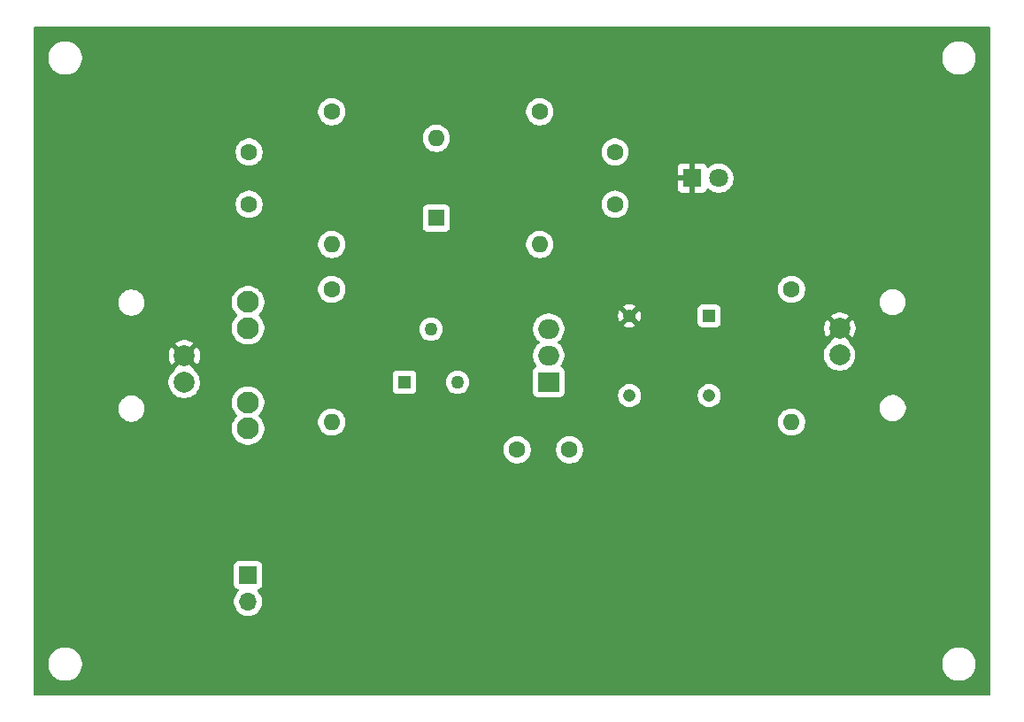
<source format=gbl>
%TF.GenerationSoftware,KiCad,Pcbnew,9.0.0*%
%TF.CreationDate,2025-08-17T08:57:57-07:00*%
%TF.ProjectId,OffsetAttenuator,4f666673-6574-4417-9474-656e7561746f,rev?*%
%TF.SameCoordinates,Original*%
%TF.FileFunction,Copper,L2,Bot*%
%TF.FilePolarity,Positive*%
%FSLAX46Y46*%
G04 Gerber Fmt 4.6, Leading zero omitted, Abs format (unit mm)*
G04 Created by KiCad (PCBNEW 9.0.0) date 2025-08-17 08:57:57*
%MOMM*%
%LPD*%
G01*
G04 APERTURE LIST*
%TA.AperFunction,ComponentPad*%
%ADD10R,1.208000X1.208000*%
%TD*%
%TA.AperFunction,ComponentPad*%
%ADD11C,1.208000*%
%TD*%
%TA.AperFunction,ComponentPad*%
%ADD12C,2.100000*%
%TD*%
%TA.AperFunction,ComponentPad*%
%ADD13C,1.600000*%
%TD*%
%TA.AperFunction,ComponentPad*%
%ADD14O,1.600000X1.600000*%
%TD*%
%TA.AperFunction,ComponentPad*%
%ADD15C,2.000000*%
%TD*%
%TA.AperFunction,ComponentPad*%
%ADD16R,2.000000X1.905000*%
%TD*%
%TA.AperFunction,ComponentPad*%
%ADD17O,2.000000X1.905000*%
%TD*%
%TA.AperFunction,ComponentPad*%
%ADD18R,1.268000X1.268000*%
%TD*%
%TA.AperFunction,ComponentPad*%
%ADD19C,1.268000*%
%TD*%
%TA.AperFunction,ComponentPad*%
%ADD20R,1.700000X1.700000*%
%TD*%
%TA.AperFunction,ComponentPad*%
%ADD21O,1.700000X1.700000*%
%TD*%
%TA.AperFunction,ComponentPad*%
%ADD22R,1.600000X1.600000*%
%TD*%
%TA.AperFunction,ComponentPad*%
%ADD23R,1.800000X1.800000*%
%TD*%
%TA.AperFunction,ComponentPad*%
%ADD24C,1.800000*%
%TD*%
G04 APERTURE END LIST*
D10*
%TO.P,Y1,1*%
%TO.N,N/C*%
X97120000Y-47690000D03*
D11*
%TO.P,Y1,4,GND*%
%TO.N,GND*%
X89500000Y-47690000D03*
%TO.P,Y1,5,OUTPUT*%
%TO.N,Net-(Y1-OUTPUT)*%
X89500000Y-55310000D03*
%TO.P,Y1,8,+VDC*%
%TO.N,/+5V*%
X97120000Y-55310000D03*
%TD*%
D12*
%TO.P,SW2,1,A*%
%TO.N,Net-(J2-In)*%
X53000000Y-48860000D03*
%TO.P,SW2,2,B*%
%TO.N,Net-(J1-Ext)*%
X53000000Y-46370000D03*
%TD*%
D13*
%TO.P,R4,1*%
%TO.N,Net-(SW1-B)*%
X61000000Y-45150000D03*
D14*
%TO.P,R4,2*%
%TO.N,Net-(C3-Pad1)*%
X61000000Y-57850000D03*
%TD*%
D13*
%TO.P,C1,1*%
%TO.N,Net-(J1-Ext)*%
X53100000Y-32000000D03*
%TO.P,C1,2*%
%TO.N,Net-(D1-A)*%
X53100000Y-37000000D03*
%TD*%
D15*
%TO.P,J2,1,In*%
%TO.N,Net-(J2-In)*%
X109595000Y-51420000D03*
%TO.P,J2,2,Ext*%
%TO.N,GND*%
X109605000Y-48870000D03*
%TD*%
D16*
%TO.P,U1,1,IN*%
%TO.N,Net-(SW1-B)*%
X81750000Y-54000000D03*
D17*
%TO.P,U1,2,GND*%
%TO.N,Net-(BT1--)*%
X81750000Y-51460000D03*
%TO.P,U1,3,OUT*%
%TO.N,/+5V*%
X81750000Y-48920000D03*
%TD*%
D13*
%TO.P,C3,1*%
%TO.N,Net-(C3-Pad1)*%
X78750000Y-60500000D03*
%TO.P,C3,2*%
%TO.N,Net-(Y1-OUTPUT)*%
X83750000Y-60500000D03*
%TD*%
D15*
%TO.P,J1,1,In*%
%TO.N,GND*%
X46905000Y-51500000D03*
%TO.P,J1,2,Ext*%
%TO.N,Net-(J1-Ext)*%
X46895000Y-54050000D03*
%TD*%
D18*
%TO.P,RV1,1,1*%
%TO.N,Net-(C3-Pad1)*%
X67960000Y-54040000D03*
D19*
%TO.P,RV1,2,2*%
%TO.N,Net-(R1-Pad2)*%
X70500000Y-48960000D03*
%TO.P,RV1,3,3*%
%TO.N,Net-(BT1--)*%
X73040000Y-54040000D03*
%TD*%
D13*
%TO.P,R3,1*%
%TO.N,Net-(D1-K)*%
X80900000Y-28150000D03*
D14*
%TO.P,R3,2*%
%TO.N,Net-(BT1--)*%
X80900000Y-40850000D03*
%TD*%
D13*
%TO.P,R1,1*%
%TO.N,Net-(D1-A)*%
X61000000Y-28150000D03*
D14*
%TO.P,R1,2*%
%TO.N,Net-(R1-Pad2)*%
X61000000Y-40850000D03*
%TD*%
D13*
%TO.P,R5,1*%
%TO.N,Net-(D2-A)*%
X105000000Y-45150000D03*
D14*
%TO.P,R5,2*%
%TO.N,/+5V*%
X105000000Y-57850000D03*
%TD*%
D12*
%TO.P,SW1,1,A*%
%TO.N,Net-(BT1-+)*%
X52990000Y-58460000D03*
%TO.P,SW1,2,B*%
%TO.N,Net-(SW1-B)*%
X52990000Y-55970000D03*
%TD*%
D20*
%TO.P,BT1,1,+*%
%TO.N,Net-(BT1-+)*%
X53000000Y-72500000D03*
D21*
%TO.P,BT1,2,-*%
%TO.N,Net-(BT1--)*%
X53000000Y-75040000D03*
%TD*%
D22*
%TO.P,D1,1,K*%
%TO.N,Net-(D1-K)*%
X71000000Y-38310000D03*
D14*
%TO.P,D1,2,A*%
%TO.N,Net-(D1-A)*%
X71000000Y-30690000D03*
%TD*%
D13*
%TO.P,C2,1*%
%TO.N,Net-(D1-K)*%
X88100000Y-37000000D03*
%TO.P,C2,2*%
%TO.N,Net-(J2-In)*%
X88100000Y-32000000D03*
%TD*%
D23*
%TO.P,D2,1,K*%
%TO.N,GND*%
X95500000Y-34500000D03*
D24*
%TO.P,D2,2,A*%
%TO.N,Net-(D2-A)*%
X98040000Y-34500000D03*
%TD*%
%TA.AperFunction,Conductor*%
%TO.N,GND*%
G36*
X123942539Y-20020185D02*
G01*
X123988294Y-20072989D01*
X123999500Y-20124500D01*
X123999500Y-83875500D01*
X123979815Y-83942539D01*
X123927011Y-83988294D01*
X123875500Y-83999500D01*
X32624500Y-83999500D01*
X32557461Y-83979815D01*
X32511706Y-83927011D01*
X32500500Y-83875500D01*
X32500500Y-80874038D01*
X33899500Y-80874038D01*
X33899500Y-81125961D01*
X33938910Y-81374785D01*
X34016760Y-81614383D01*
X34131132Y-81838848D01*
X34279201Y-82042649D01*
X34279205Y-82042654D01*
X34457345Y-82220794D01*
X34457350Y-82220798D01*
X34635117Y-82349952D01*
X34661155Y-82368870D01*
X34804184Y-82441747D01*
X34885616Y-82483239D01*
X34885618Y-82483239D01*
X34885621Y-82483241D01*
X35125215Y-82561090D01*
X35374038Y-82600500D01*
X35374039Y-82600500D01*
X35625961Y-82600500D01*
X35625962Y-82600500D01*
X35874785Y-82561090D01*
X36114379Y-82483241D01*
X36338845Y-82368870D01*
X36542656Y-82220793D01*
X36720793Y-82042656D01*
X36868870Y-81838845D01*
X36983241Y-81614379D01*
X37061090Y-81374785D01*
X37100500Y-81125962D01*
X37100500Y-80874038D01*
X119399500Y-80874038D01*
X119399500Y-81125961D01*
X119438910Y-81374785D01*
X119516760Y-81614383D01*
X119631132Y-81838848D01*
X119779201Y-82042649D01*
X119779205Y-82042654D01*
X119957345Y-82220794D01*
X119957350Y-82220798D01*
X120135117Y-82349952D01*
X120161155Y-82368870D01*
X120304184Y-82441747D01*
X120385616Y-82483239D01*
X120385618Y-82483239D01*
X120385621Y-82483241D01*
X120625215Y-82561090D01*
X120874038Y-82600500D01*
X120874039Y-82600500D01*
X121125961Y-82600500D01*
X121125962Y-82600500D01*
X121374785Y-82561090D01*
X121614379Y-82483241D01*
X121838845Y-82368870D01*
X122042656Y-82220793D01*
X122220793Y-82042656D01*
X122368870Y-81838845D01*
X122483241Y-81614379D01*
X122561090Y-81374785D01*
X122600500Y-81125962D01*
X122600500Y-80874038D01*
X122561090Y-80625215D01*
X122483241Y-80385621D01*
X122483239Y-80385618D01*
X122483239Y-80385616D01*
X122441747Y-80304184D01*
X122368870Y-80161155D01*
X122349952Y-80135117D01*
X122220798Y-79957350D01*
X122220794Y-79957345D01*
X122042654Y-79779205D01*
X122042649Y-79779201D01*
X121838848Y-79631132D01*
X121838847Y-79631131D01*
X121838845Y-79631130D01*
X121768747Y-79595413D01*
X121614383Y-79516760D01*
X121374785Y-79438910D01*
X121125962Y-79399500D01*
X120874038Y-79399500D01*
X120749626Y-79419205D01*
X120625214Y-79438910D01*
X120385616Y-79516760D01*
X120161151Y-79631132D01*
X119957350Y-79779201D01*
X119957345Y-79779205D01*
X119779205Y-79957345D01*
X119779201Y-79957350D01*
X119631132Y-80161151D01*
X119516760Y-80385616D01*
X119438910Y-80625214D01*
X119399500Y-80874038D01*
X37100500Y-80874038D01*
X37061090Y-80625215D01*
X36983241Y-80385621D01*
X36983239Y-80385618D01*
X36983239Y-80385616D01*
X36941747Y-80304184D01*
X36868870Y-80161155D01*
X36849952Y-80135117D01*
X36720798Y-79957350D01*
X36720794Y-79957345D01*
X36542654Y-79779205D01*
X36542649Y-79779201D01*
X36338848Y-79631132D01*
X36338847Y-79631131D01*
X36338845Y-79631130D01*
X36268747Y-79595413D01*
X36114383Y-79516760D01*
X35874785Y-79438910D01*
X35625962Y-79399500D01*
X35374038Y-79399500D01*
X35249626Y-79419205D01*
X35125214Y-79438910D01*
X34885616Y-79516760D01*
X34661151Y-79631132D01*
X34457350Y-79779201D01*
X34457345Y-79779205D01*
X34279205Y-79957345D01*
X34279201Y-79957350D01*
X34131132Y-80161151D01*
X34016760Y-80385616D01*
X33938910Y-80625214D01*
X33899500Y-80874038D01*
X32500500Y-80874038D01*
X32500500Y-71602135D01*
X51649500Y-71602135D01*
X51649500Y-73397870D01*
X51649501Y-73397876D01*
X51655908Y-73457483D01*
X51706202Y-73592328D01*
X51706206Y-73592335D01*
X51792452Y-73707544D01*
X51792455Y-73707547D01*
X51907664Y-73793793D01*
X51907671Y-73793797D01*
X52039082Y-73842810D01*
X52095016Y-73884681D01*
X52119433Y-73950145D01*
X52104582Y-74018418D01*
X52083431Y-74046673D01*
X51969889Y-74160215D01*
X51844951Y-74332179D01*
X51748444Y-74521585D01*
X51682753Y-74723760D01*
X51649500Y-74933713D01*
X51649500Y-75146286D01*
X51682753Y-75356239D01*
X51748444Y-75558414D01*
X51844951Y-75747820D01*
X51969890Y-75919786D01*
X52120213Y-76070109D01*
X52292179Y-76195048D01*
X52292181Y-76195049D01*
X52292184Y-76195051D01*
X52481588Y-76291557D01*
X52683757Y-76357246D01*
X52893713Y-76390500D01*
X52893714Y-76390500D01*
X53106286Y-76390500D01*
X53106287Y-76390500D01*
X53316243Y-76357246D01*
X53518412Y-76291557D01*
X53707816Y-76195051D01*
X53729789Y-76179086D01*
X53879786Y-76070109D01*
X53879788Y-76070106D01*
X53879792Y-76070104D01*
X54030104Y-75919792D01*
X54030106Y-75919788D01*
X54030109Y-75919786D01*
X54155048Y-75747820D01*
X54155047Y-75747820D01*
X54155051Y-75747816D01*
X54251557Y-75558412D01*
X54317246Y-75356243D01*
X54350500Y-75146287D01*
X54350500Y-74933713D01*
X54317246Y-74723757D01*
X54251557Y-74521588D01*
X54155051Y-74332184D01*
X54155049Y-74332181D01*
X54155048Y-74332179D01*
X54030109Y-74160213D01*
X53916569Y-74046673D01*
X53883084Y-73985350D01*
X53888068Y-73915658D01*
X53929940Y-73859725D01*
X53960915Y-73842810D01*
X54092331Y-73793796D01*
X54207546Y-73707546D01*
X54293796Y-73592331D01*
X54344091Y-73457483D01*
X54350500Y-73397873D01*
X54350499Y-71602128D01*
X54344091Y-71542517D01*
X54293796Y-71407669D01*
X54293795Y-71407668D01*
X54293793Y-71407664D01*
X54207547Y-71292455D01*
X54207544Y-71292452D01*
X54092335Y-71206206D01*
X54092328Y-71206202D01*
X53957482Y-71155908D01*
X53957483Y-71155908D01*
X53897883Y-71149501D01*
X53897881Y-71149500D01*
X53897873Y-71149500D01*
X53897864Y-71149500D01*
X52102129Y-71149500D01*
X52102123Y-71149501D01*
X52042516Y-71155908D01*
X51907671Y-71206202D01*
X51907664Y-71206206D01*
X51792455Y-71292452D01*
X51792452Y-71292455D01*
X51706206Y-71407664D01*
X51706202Y-71407671D01*
X51655908Y-71542517D01*
X51649501Y-71602116D01*
X51649501Y-71602123D01*
X51649500Y-71602135D01*
X32500500Y-71602135D01*
X32500500Y-60397648D01*
X77449500Y-60397648D01*
X77449500Y-60602351D01*
X77481522Y-60804534D01*
X77544781Y-60999223D01*
X77637715Y-61181613D01*
X77758028Y-61347213D01*
X77902786Y-61491971D01*
X78057749Y-61604556D01*
X78068390Y-61612287D01*
X78184607Y-61671503D01*
X78250776Y-61705218D01*
X78250778Y-61705218D01*
X78250781Y-61705220D01*
X78355137Y-61739127D01*
X78445465Y-61768477D01*
X78546557Y-61784488D01*
X78647648Y-61800500D01*
X78647649Y-61800500D01*
X78852351Y-61800500D01*
X78852352Y-61800500D01*
X79054534Y-61768477D01*
X79249219Y-61705220D01*
X79431610Y-61612287D01*
X79524590Y-61544732D01*
X79597213Y-61491971D01*
X79597215Y-61491968D01*
X79597219Y-61491966D01*
X79741966Y-61347219D01*
X79741968Y-61347215D01*
X79741971Y-61347213D01*
X79794732Y-61274590D01*
X79862287Y-61181610D01*
X79955220Y-60999219D01*
X80018477Y-60804534D01*
X80050500Y-60602352D01*
X80050500Y-60397648D01*
X82449500Y-60397648D01*
X82449500Y-60602351D01*
X82481522Y-60804534D01*
X82544781Y-60999223D01*
X82637715Y-61181613D01*
X82758028Y-61347213D01*
X82902786Y-61491971D01*
X83057749Y-61604556D01*
X83068390Y-61612287D01*
X83184607Y-61671503D01*
X83250776Y-61705218D01*
X83250778Y-61705218D01*
X83250781Y-61705220D01*
X83355137Y-61739127D01*
X83445465Y-61768477D01*
X83546557Y-61784488D01*
X83647648Y-61800500D01*
X83647649Y-61800500D01*
X83852351Y-61800500D01*
X83852352Y-61800500D01*
X84054534Y-61768477D01*
X84249219Y-61705220D01*
X84431610Y-61612287D01*
X84524590Y-61544732D01*
X84597213Y-61491971D01*
X84597215Y-61491968D01*
X84597219Y-61491966D01*
X84741966Y-61347219D01*
X84741968Y-61347215D01*
X84741971Y-61347213D01*
X84794732Y-61274590D01*
X84862287Y-61181610D01*
X84955220Y-60999219D01*
X85018477Y-60804534D01*
X85050500Y-60602352D01*
X85050500Y-60397648D01*
X85018477Y-60195466D01*
X84955220Y-60000781D01*
X84955218Y-60000778D01*
X84955218Y-60000776D01*
X84902291Y-59896902D01*
X84862287Y-59818390D01*
X84854556Y-59807749D01*
X84741971Y-59652786D01*
X84597213Y-59508028D01*
X84431613Y-59387715D01*
X84431612Y-59387714D01*
X84431610Y-59387713D01*
X84374653Y-59358691D01*
X84249223Y-59294781D01*
X84054534Y-59231522D01*
X83879995Y-59203878D01*
X83852352Y-59199500D01*
X83647648Y-59199500D01*
X83623329Y-59203351D01*
X83445465Y-59231522D01*
X83250776Y-59294781D01*
X83068386Y-59387715D01*
X82902786Y-59508028D01*
X82758028Y-59652786D01*
X82637715Y-59818386D01*
X82544781Y-60000776D01*
X82481522Y-60195465D01*
X82449500Y-60397648D01*
X80050500Y-60397648D01*
X80018477Y-60195466D01*
X79955220Y-60000781D01*
X79955218Y-60000778D01*
X79955218Y-60000776D01*
X79902291Y-59896902D01*
X79862287Y-59818390D01*
X79854556Y-59807749D01*
X79741971Y-59652786D01*
X79597213Y-59508028D01*
X79431613Y-59387715D01*
X79431612Y-59387714D01*
X79431610Y-59387713D01*
X79374653Y-59358691D01*
X79249223Y-59294781D01*
X79054534Y-59231522D01*
X78879995Y-59203878D01*
X78852352Y-59199500D01*
X78647648Y-59199500D01*
X78623329Y-59203351D01*
X78445465Y-59231522D01*
X78250776Y-59294781D01*
X78068386Y-59387715D01*
X77902786Y-59508028D01*
X77758028Y-59652786D01*
X77637715Y-59818386D01*
X77544781Y-60000776D01*
X77481522Y-60195465D01*
X77449500Y-60397648D01*
X32500500Y-60397648D01*
X32500500Y-56461577D01*
X40584500Y-56461577D01*
X40584500Y-56658422D01*
X40615290Y-56852826D01*
X40676117Y-57040029D01*
X40765270Y-57215000D01*
X40765476Y-57215405D01*
X40881172Y-57374646D01*
X41020354Y-57513828D01*
X41179595Y-57629524D01*
X41237214Y-57658882D01*
X41354970Y-57718882D01*
X41354972Y-57718882D01*
X41354975Y-57718884D01*
X41455317Y-57751487D01*
X41542173Y-57779709D01*
X41736578Y-57810500D01*
X41736583Y-57810500D01*
X41933422Y-57810500D01*
X42127826Y-57779709D01*
X42315025Y-57718884D01*
X42490405Y-57629524D01*
X42649646Y-57513828D01*
X42788828Y-57374646D01*
X42904524Y-57215405D01*
X42993884Y-57040025D01*
X43054709Y-56852826D01*
X43065825Y-56782642D01*
X43085500Y-56658422D01*
X43085500Y-56461577D01*
X43054709Y-56267173D01*
X43026487Y-56180317D01*
X42993884Y-56079975D01*
X42993882Y-56079972D01*
X42993882Y-56079970D01*
X42962262Y-56017914D01*
X42904524Y-55904595D01*
X42863385Y-55847973D01*
X51439500Y-55847973D01*
X51439500Y-56092026D01*
X51470258Y-56286226D01*
X51477679Y-56333076D01*
X51553096Y-56565185D01*
X51641004Y-56737715D01*
X51663896Y-56782642D01*
X51807339Y-56980076D01*
X51807343Y-56980081D01*
X51954581Y-57127319D01*
X51988066Y-57188642D01*
X51983082Y-57258334D01*
X51954581Y-57302681D01*
X51807343Y-57449918D01*
X51807339Y-57449923D01*
X51663896Y-57647357D01*
X51553097Y-57864812D01*
X51477678Y-58096927D01*
X51468554Y-58154534D01*
X51439500Y-58337973D01*
X51439500Y-58582027D01*
X51477679Y-58823076D01*
X51553096Y-59055185D01*
X51642944Y-59231523D01*
X51663896Y-59272642D01*
X51807339Y-59470076D01*
X51807343Y-59470081D01*
X51979918Y-59642656D01*
X51979923Y-59642660D01*
X52152136Y-59767779D01*
X52177361Y-59786106D01*
X52394815Y-59896904D01*
X52626924Y-59972321D01*
X52867973Y-60010500D01*
X52867974Y-60010500D01*
X53112026Y-60010500D01*
X53112027Y-60010500D01*
X53353076Y-59972321D01*
X53585185Y-59896904D01*
X53802639Y-59786106D01*
X54000083Y-59642655D01*
X54172655Y-59470083D01*
X54316106Y-59272639D01*
X54426904Y-59055185D01*
X54502321Y-58823076D01*
X54540500Y-58582027D01*
X54540500Y-58337973D01*
X54502321Y-58096924D01*
X54426904Y-57864815D01*
X54367205Y-57747648D01*
X59699500Y-57747648D01*
X59699500Y-57952351D01*
X59731522Y-58154534D01*
X59794781Y-58349223D01*
X59887715Y-58531613D01*
X60008028Y-58697213D01*
X60152786Y-58841971D01*
X60307749Y-58954556D01*
X60318390Y-58962287D01*
X60434607Y-59021503D01*
X60500776Y-59055218D01*
X60500778Y-59055218D01*
X60500781Y-59055220D01*
X60605137Y-59089127D01*
X60695465Y-59118477D01*
X60796557Y-59134488D01*
X60897648Y-59150500D01*
X60897649Y-59150500D01*
X61102351Y-59150500D01*
X61102352Y-59150500D01*
X61304534Y-59118477D01*
X61499219Y-59055220D01*
X61681610Y-58962287D01*
X61774590Y-58894732D01*
X61847213Y-58841971D01*
X61847215Y-58841968D01*
X61847219Y-58841966D01*
X61991966Y-58697219D01*
X61991968Y-58697215D01*
X61991971Y-58697213D01*
X62075658Y-58582026D01*
X62112287Y-58531610D01*
X62205220Y-58349219D01*
X62268477Y-58154534D01*
X62300500Y-57952352D01*
X62300500Y-57747648D01*
X103699500Y-57747648D01*
X103699500Y-57952351D01*
X103731522Y-58154534D01*
X103794781Y-58349223D01*
X103887715Y-58531613D01*
X104008028Y-58697213D01*
X104152786Y-58841971D01*
X104307749Y-58954556D01*
X104318390Y-58962287D01*
X104434607Y-59021503D01*
X104500776Y-59055218D01*
X104500778Y-59055218D01*
X104500781Y-59055220D01*
X104605137Y-59089127D01*
X104695465Y-59118477D01*
X104796557Y-59134488D01*
X104897648Y-59150500D01*
X104897649Y-59150500D01*
X105102351Y-59150500D01*
X105102352Y-59150500D01*
X105304534Y-59118477D01*
X105499219Y-59055220D01*
X105681610Y-58962287D01*
X105774590Y-58894732D01*
X105847213Y-58841971D01*
X105847215Y-58841968D01*
X105847219Y-58841966D01*
X105991966Y-58697219D01*
X105991968Y-58697215D01*
X105991971Y-58697213D01*
X106075658Y-58582026D01*
X106112287Y-58531610D01*
X106205220Y-58349219D01*
X106268477Y-58154534D01*
X106300500Y-57952352D01*
X106300500Y-57747648D01*
X106281791Y-57629523D01*
X106268477Y-57545465D01*
X106212975Y-57374648D01*
X106205220Y-57350781D01*
X106205218Y-57350778D01*
X106205218Y-57350776D01*
X106136242Y-57215405D01*
X106112287Y-57168390D01*
X106100855Y-57152655D01*
X105991971Y-57002786D01*
X105847213Y-56858028D01*
X105681613Y-56737715D01*
X105681612Y-56737714D01*
X105681610Y-56737713D01*
X105624653Y-56708691D01*
X105499223Y-56644781D01*
X105304534Y-56581522D01*
X105129995Y-56553878D01*
X105102352Y-56549500D01*
X104897648Y-56549500D01*
X104873329Y-56553351D01*
X104695465Y-56581522D01*
X104500776Y-56644781D01*
X104318386Y-56737715D01*
X104152786Y-56858028D01*
X104008028Y-57002786D01*
X103887715Y-57168386D01*
X103794781Y-57350776D01*
X103731522Y-57545465D01*
X103699500Y-57747648D01*
X62300500Y-57747648D01*
X62281791Y-57629523D01*
X62268477Y-57545465D01*
X62212975Y-57374648D01*
X62205220Y-57350781D01*
X62205218Y-57350778D01*
X62205218Y-57350776D01*
X62136242Y-57215405D01*
X62112287Y-57168390D01*
X62100855Y-57152655D01*
X61991971Y-57002786D01*
X61847213Y-56858028D01*
X61681613Y-56737715D01*
X61681612Y-56737714D01*
X61681610Y-56737713D01*
X61624653Y-56708691D01*
X61499223Y-56644781D01*
X61304534Y-56581522D01*
X61129995Y-56553878D01*
X61102352Y-56549500D01*
X60897648Y-56549500D01*
X60873329Y-56553351D01*
X60695465Y-56581522D01*
X60500776Y-56644781D01*
X60318386Y-56737715D01*
X60152786Y-56858028D01*
X60008028Y-57002786D01*
X59887715Y-57168386D01*
X59794781Y-57350776D01*
X59731522Y-57545465D01*
X59699500Y-57747648D01*
X54367205Y-57747648D01*
X54316106Y-57647361D01*
X54242075Y-57545466D01*
X54172660Y-57449923D01*
X54172656Y-57449918D01*
X54025419Y-57302681D01*
X53991934Y-57241358D01*
X53996918Y-57171666D01*
X54025419Y-57127319D01*
X54172655Y-56980083D01*
X54316106Y-56782639D01*
X54426904Y-56565185D01*
X54502321Y-56333076D01*
X54540500Y-56092027D01*
X54540500Y-55847973D01*
X54502321Y-55606924D01*
X54426904Y-55374815D01*
X54316106Y-55157361D01*
X54245357Y-55059983D01*
X54172660Y-54959923D01*
X54172656Y-54959918D01*
X54000081Y-54787343D01*
X54000076Y-54787339D01*
X53802642Y-54643896D01*
X53802641Y-54643895D01*
X53802639Y-54643894D01*
X53585185Y-54533096D01*
X53353076Y-54457679D01*
X53353074Y-54457678D01*
X53353072Y-54457678D01*
X53184769Y-54431021D01*
X53112027Y-54419500D01*
X52867973Y-54419500D01*
X52812093Y-54428350D01*
X52626927Y-54457678D01*
X52394812Y-54533097D01*
X52177357Y-54643896D01*
X51979923Y-54787339D01*
X51979918Y-54787343D01*
X51807343Y-54959918D01*
X51807339Y-54959923D01*
X51663896Y-55157357D01*
X51553097Y-55374812D01*
X51553096Y-55374814D01*
X51553096Y-55374815D01*
X51527693Y-55452998D01*
X51477678Y-55606927D01*
X51439500Y-55847973D01*
X42863385Y-55847973D01*
X42788828Y-55745354D01*
X42649646Y-55606172D01*
X42490405Y-55490476D01*
X42315029Y-55401117D01*
X42127826Y-55340290D01*
X41933422Y-55309500D01*
X41933417Y-55309500D01*
X41736583Y-55309500D01*
X41736578Y-55309500D01*
X41542173Y-55340290D01*
X41354970Y-55401117D01*
X41179594Y-55490476D01*
X41088741Y-55556485D01*
X41020354Y-55606172D01*
X41020352Y-55606174D01*
X41020351Y-55606174D01*
X40881174Y-55745351D01*
X40881174Y-55745352D01*
X40881172Y-55745354D01*
X40831485Y-55813741D01*
X40765476Y-55904594D01*
X40676117Y-56079970D01*
X40615290Y-56267173D01*
X40584500Y-56461577D01*
X32500500Y-56461577D01*
X32500500Y-53931902D01*
X45394500Y-53931902D01*
X45394500Y-54168097D01*
X45431446Y-54401368D01*
X45504433Y-54625996D01*
X45586642Y-54787339D01*
X45611657Y-54836433D01*
X45750483Y-55027510D01*
X45917490Y-55194517D01*
X46108567Y-55333343D01*
X46207991Y-55384002D01*
X46319003Y-55440566D01*
X46319005Y-55440566D01*
X46319008Y-55440568D01*
X46357267Y-55452999D01*
X46543631Y-55513553D01*
X46776903Y-55550500D01*
X46776908Y-55550500D01*
X47013097Y-55550500D01*
X47246368Y-55513553D01*
X47317391Y-55490476D01*
X47470992Y-55440568D01*
X47681433Y-55333343D01*
X47872510Y-55194517D01*
X48039517Y-55027510D01*
X48178343Y-54836433D01*
X48285568Y-54625992D01*
X48358553Y-54401368D01*
X48376759Y-54286420D01*
X48395500Y-54168097D01*
X48395500Y-53931902D01*
X48358553Y-53698631D01*
X48285566Y-53474003D01*
X48253515Y-53411101D01*
X48226528Y-53358135D01*
X66825500Y-53358135D01*
X66825500Y-54721870D01*
X66825501Y-54721876D01*
X66831908Y-54781483D01*
X66882202Y-54916328D01*
X66882206Y-54916335D01*
X66968452Y-55031544D01*
X66968455Y-55031547D01*
X67083664Y-55117793D01*
X67083671Y-55117797D01*
X67218517Y-55168091D01*
X67218516Y-55168091D01*
X67225444Y-55168835D01*
X67278127Y-55174500D01*
X68641872Y-55174499D01*
X68701483Y-55168091D01*
X68836331Y-55117796D01*
X68951546Y-55031546D01*
X69037796Y-54916331D01*
X69088091Y-54781483D01*
X69094500Y-54721873D01*
X69094499Y-53950707D01*
X71905500Y-53950707D01*
X71905500Y-54129292D01*
X71921878Y-54232697D01*
X71933435Y-54305663D01*
X71988618Y-54475497D01*
X72069689Y-54634608D01*
X72174652Y-54779077D01*
X72300923Y-54905348D01*
X72445392Y-55010311D01*
X72604503Y-55091382D01*
X72774337Y-55146565D01*
X72840478Y-55157040D01*
X72950708Y-55174500D01*
X72950713Y-55174500D01*
X73129292Y-55174500D01*
X73237524Y-55157357D01*
X73305663Y-55146565D01*
X73475497Y-55091382D01*
X73634608Y-55010311D01*
X73779077Y-54905348D01*
X73905348Y-54779077D01*
X74010311Y-54634608D01*
X74091382Y-54475497D01*
X74146565Y-54305663D01*
X74162429Y-54205500D01*
X74174500Y-54129292D01*
X74174500Y-53950707D01*
X74146565Y-53774340D01*
X74146565Y-53774337D01*
X74091382Y-53604503D01*
X74010311Y-53445392D01*
X73905348Y-53300923D01*
X73779077Y-53174652D01*
X73634608Y-53069689D01*
X73475497Y-52988618D01*
X73305663Y-52933435D01*
X73305661Y-52933434D01*
X73305659Y-52933434D01*
X73129292Y-52905500D01*
X73129287Y-52905500D01*
X72950713Y-52905500D01*
X72950708Y-52905500D01*
X72774340Y-52933434D01*
X72604500Y-52988619D01*
X72445391Y-53069689D01*
X72362966Y-53129574D01*
X72300923Y-53174652D01*
X72300921Y-53174654D01*
X72300920Y-53174654D01*
X72174654Y-53300920D01*
X72174654Y-53300921D01*
X72174652Y-53300923D01*
X72133099Y-53358116D01*
X72069689Y-53445391D01*
X71988619Y-53604500D01*
X71933434Y-53774340D01*
X71905500Y-53950707D01*
X69094499Y-53950707D01*
X69094499Y-53358128D01*
X69088350Y-53300923D01*
X69088091Y-53298516D01*
X69037797Y-53163671D01*
X69037793Y-53163664D01*
X68951547Y-53048455D01*
X68951544Y-53048452D01*
X68836335Y-52962206D01*
X68836328Y-52962202D01*
X68701482Y-52911908D01*
X68701483Y-52911908D01*
X68641883Y-52905501D01*
X68641881Y-52905500D01*
X68641873Y-52905500D01*
X68641864Y-52905500D01*
X67278129Y-52905500D01*
X67278123Y-52905501D01*
X67218516Y-52911908D01*
X67083671Y-52962202D01*
X67083664Y-52962206D01*
X66968455Y-53048452D01*
X66968452Y-53048455D01*
X66882206Y-53163664D01*
X66882202Y-53163671D01*
X66831908Y-53298517D01*
X66825501Y-53358116D01*
X66825501Y-53358123D01*
X66825500Y-53358135D01*
X48226528Y-53358135D01*
X48178343Y-53263567D01*
X48039517Y-53072490D01*
X47872510Y-52905483D01*
X47868662Y-52902687D01*
X47821997Y-52868782D01*
X47779331Y-52813452D01*
X47771265Y-52758735D01*
X47774104Y-52722657D01*
X46989501Y-51938055D01*
X47076764Y-51914674D01*
X47178236Y-51856089D01*
X47261089Y-51773236D01*
X47319674Y-51671764D01*
X47343055Y-51584502D01*
X48127658Y-52369105D01*
X48127658Y-52369104D01*
X48187914Y-52286169D01*
X48187918Y-52286163D01*
X48295102Y-52075802D01*
X48368065Y-51851247D01*
X48405000Y-51618052D01*
X48405000Y-51381947D01*
X48368065Y-51148752D01*
X48295102Y-50924197D01*
X48187914Y-50713828D01*
X48127658Y-50630894D01*
X48127658Y-50630893D01*
X47343055Y-51415497D01*
X47319674Y-51328236D01*
X47261089Y-51226764D01*
X47178236Y-51143911D01*
X47076764Y-51085326D01*
X46989502Y-51061944D01*
X47774105Y-50277340D01*
X47774104Y-50277338D01*
X47691174Y-50217087D01*
X47480802Y-50109897D01*
X47256247Y-50036934D01*
X47256248Y-50036934D01*
X47023052Y-50000000D01*
X46786948Y-50000000D01*
X46553752Y-50036934D01*
X46329197Y-50109897D01*
X46118830Y-50217084D01*
X46035894Y-50277340D01*
X46820498Y-51061944D01*
X46733236Y-51085326D01*
X46631764Y-51143911D01*
X46548911Y-51226764D01*
X46490326Y-51328236D01*
X46466944Y-51415498D01*
X45682340Y-50630894D01*
X45622084Y-50713830D01*
X45514897Y-50924197D01*
X45441934Y-51148752D01*
X45405000Y-51381947D01*
X45405000Y-51618052D01*
X45441934Y-51851247D01*
X45514897Y-52075802D01*
X45622087Y-52286174D01*
X45682338Y-52369104D01*
X45682340Y-52369105D01*
X46466944Y-51584501D01*
X46490326Y-51671764D01*
X46548911Y-51773236D01*
X46631764Y-51856089D01*
X46733236Y-51914674D01*
X46820498Y-51938055D01*
X46035893Y-52722658D01*
X46037651Y-52744993D01*
X46023286Y-52813370D01*
X45986920Y-52855038D01*
X45917490Y-52905482D01*
X45750485Y-53072487D01*
X45750485Y-53072488D01*
X45750483Y-53072490D01*
X45690862Y-53154550D01*
X45611657Y-53263566D01*
X45504433Y-53474003D01*
X45431446Y-53698631D01*
X45394500Y-53931902D01*
X32500500Y-53931902D01*
X32500500Y-46321577D01*
X40574500Y-46321577D01*
X40574500Y-46518422D01*
X40605290Y-46712826D01*
X40666117Y-46900029D01*
X40736483Y-47038129D01*
X40755476Y-47075405D01*
X40871172Y-47234646D01*
X41010354Y-47373828D01*
X41169595Y-47489524D01*
X41195608Y-47502778D01*
X41344970Y-47578882D01*
X41344972Y-47578882D01*
X41344975Y-47578884D01*
X41445317Y-47611487D01*
X41532173Y-47639709D01*
X41726578Y-47670500D01*
X41726583Y-47670500D01*
X41923422Y-47670500D01*
X42117826Y-47639709D01*
X42305025Y-47578884D01*
X42480405Y-47489524D01*
X42639646Y-47373828D01*
X42778828Y-47234646D01*
X42894524Y-47075405D01*
X42983884Y-46900025D01*
X43044709Y-46712826D01*
X43075500Y-46518422D01*
X43075500Y-46321577D01*
X43066143Y-46262499D01*
X43063842Y-46247973D01*
X51449500Y-46247973D01*
X51449500Y-46492026D01*
X51486946Y-46728452D01*
X51487679Y-46733076D01*
X51563096Y-46965185D01*
X51669822Y-47174648D01*
X51673896Y-47182642D01*
X51817339Y-47380076D01*
X51817343Y-47380081D01*
X51964581Y-47527319D01*
X51998066Y-47588642D01*
X51993082Y-47658334D01*
X51964581Y-47702681D01*
X51817343Y-47849918D01*
X51817339Y-47849923D01*
X51673896Y-48047357D01*
X51563097Y-48264812D01*
X51487678Y-48496927D01*
X51465932Y-48634224D01*
X51449500Y-48737973D01*
X51449500Y-48982027D01*
X51487679Y-49223076D01*
X51563096Y-49455185D01*
X51665502Y-49656169D01*
X51673896Y-49672642D01*
X51817339Y-49870076D01*
X51817343Y-49870081D01*
X51989918Y-50042656D01*
X51989923Y-50042660D01*
X52073773Y-50103580D01*
X52187361Y-50186106D01*
X52404815Y-50296904D01*
X52636924Y-50372321D01*
X52877973Y-50410500D01*
X52877974Y-50410500D01*
X53122026Y-50410500D01*
X53122027Y-50410500D01*
X53363076Y-50372321D01*
X53595185Y-50296904D01*
X53812639Y-50186106D01*
X54010083Y-50042655D01*
X54182655Y-49870083D01*
X54326106Y-49672639D01*
X54436904Y-49455185D01*
X54512321Y-49223076D01*
X54550500Y-48982027D01*
X54550500Y-48870707D01*
X69365500Y-48870707D01*
X69365500Y-49049292D01*
X69393025Y-49223076D01*
X69393435Y-49225663D01*
X69448618Y-49395497D01*
X69529689Y-49554608D01*
X69634652Y-49699077D01*
X69760923Y-49825348D01*
X69905392Y-49930311D01*
X70064503Y-50011382D01*
X70234337Y-50066565D01*
X70300478Y-50077040D01*
X70410708Y-50094500D01*
X70410713Y-50094500D01*
X70589292Y-50094500D01*
X70687273Y-50078980D01*
X70765663Y-50066565D01*
X70935497Y-50011382D01*
X71094608Y-49930311D01*
X71239077Y-49825348D01*
X71365348Y-49699077D01*
X71470311Y-49554608D01*
X71551382Y-49395497D01*
X71606565Y-49225663D01*
X71619620Y-49143236D01*
X71634500Y-49049292D01*
X71634500Y-48870707D01*
X71626496Y-48820172D01*
X71624195Y-48805646D01*
X80249500Y-48805646D01*
X80249500Y-49034353D01*
X80285278Y-49260246D01*
X80285278Y-49260249D01*
X80355950Y-49477755D01*
X80355952Y-49477758D01*
X80459783Y-49681538D01*
X80594214Y-49866566D01*
X80755934Y-50028286D01*
X80825423Y-50078773D01*
X80840438Y-50089682D01*
X80883103Y-50145013D01*
X80889082Y-50214626D01*
X80856476Y-50276421D01*
X80840438Y-50290318D01*
X80755932Y-50351715D01*
X80594216Y-50513431D01*
X80594216Y-50513432D01*
X80594214Y-50513434D01*
X80536480Y-50592896D01*
X80459783Y-50698461D01*
X80355950Y-50902244D01*
X80285278Y-51119750D01*
X80285278Y-51119753D01*
X80249500Y-51345646D01*
X80249500Y-51574353D01*
X80285278Y-51800246D01*
X80285278Y-51800249D01*
X80355950Y-52017755D01*
X80355952Y-52017758D01*
X80459783Y-52221538D01*
X80592525Y-52404242D01*
X80616005Y-52470046D01*
X80600180Y-52538100D01*
X80550074Y-52586795D01*
X80535541Y-52593308D01*
X80507670Y-52603703D01*
X80507664Y-52603706D01*
X80392455Y-52689952D01*
X80392452Y-52689955D01*
X80306206Y-52805164D01*
X80306202Y-52805171D01*
X80255908Y-52940017D01*
X80249501Y-52999616D01*
X80249501Y-52999623D01*
X80249500Y-52999635D01*
X80249500Y-55000370D01*
X80249501Y-55000376D01*
X80255908Y-55059983D01*
X80306202Y-55194828D01*
X80306206Y-55194835D01*
X80392452Y-55310044D01*
X80392455Y-55310047D01*
X80507664Y-55396293D01*
X80507671Y-55396297D01*
X80642517Y-55446591D01*
X80642516Y-55446591D01*
X80649444Y-55447335D01*
X80702127Y-55453000D01*
X82797872Y-55452999D01*
X82857483Y-55446591D01*
X82992331Y-55396296D01*
X83107546Y-55310046D01*
X83172653Y-55223074D01*
X88395500Y-55223074D01*
X88395500Y-55396925D01*
X88422697Y-55568639D01*
X88422697Y-55568642D01*
X88476418Y-55733978D01*
X88534502Y-55847973D01*
X88555347Y-55888884D01*
X88657535Y-56029533D01*
X88780467Y-56152465D01*
X88921116Y-56254653D01*
X88983082Y-56286226D01*
X89076021Y-56333581D01*
X89241358Y-56387302D01*
X89241359Y-56387302D01*
X89241362Y-56387303D01*
X89413074Y-56414500D01*
X89413075Y-56414500D01*
X89586925Y-56414500D01*
X89586926Y-56414500D01*
X89758638Y-56387303D01*
X89758641Y-56387302D01*
X89758642Y-56387302D01*
X89923978Y-56333581D01*
X89923978Y-56333580D01*
X89923981Y-56333580D01*
X90078884Y-56254653D01*
X90219533Y-56152465D01*
X90342465Y-56029533D01*
X90444653Y-55888884D01*
X90523580Y-55733981D01*
X90539380Y-55685354D01*
X90577302Y-55568642D01*
X90577302Y-55568641D01*
X90577303Y-55568638D01*
X90604500Y-55396926D01*
X90604500Y-55223074D01*
X96015500Y-55223074D01*
X96015500Y-55396925D01*
X96042697Y-55568639D01*
X96042697Y-55568642D01*
X96096418Y-55733978D01*
X96154502Y-55847973D01*
X96175347Y-55888884D01*
X96277535Y-56029533D01*
X96400467Y-56152465D01*
X96541116Y-56254653D01*
X96603082Y-56286226D01*
X96696021Y-56333581D01*
X96861358Y-56387302D01*
X96861359Y-56387302D01*
X96861362Y-56387303D01*
X97033074Y-56414500D01*
X97033075Y-56414500D01*
X97206925Y-56414500D01*
X97206926Y-56414500D01*
X97288517Y-56401577D01*
X113424500Y-56401577D01*
X113424500Y-56598422D01*
X113455290Y-56792826D01*
X113516117Y-56980029D01*
X113604075Y-57152655D01*
X113605476Y-57155405D01*
X113721172Y-57314646D01*
X113860354Y-57453828D01*
X114019595Y-57569524D01*
X114102455Y-57611743D01*
X114194970Y-57658882D01*
X114194972Y-57658882D01*
X114194975Y-57658884D01*
X114295317Y-57691487D01*
X114382173Y-57719709D01*
X114576578Y-57750500D01*
X114576583Y-57750500D01*
X114773422Y-57750500D01*
X114967826Y-57719709D01*
X114970371Y-57718882D01*
X115155025Y-57658884D01*
X115330405Y-57569524D01*
X115489646Y-57453828D01*
X115628828Y-57314646D01*
X115744524Y-57155405D01*
X115833854Y-56980083D01*
X115833882Y-56980029D01*
X115833882Y-56980028D01*
X115833884Y-56980025D01*
X115894709Y-56792826D01*
X115903438Y-56737713D01*
X115925500Y-56598422D01*
X115925500Y-56401577D01*
X115894709Y-56207173D01*
X115836990Y-56029534D01*
X115833884Y-56019975D01*
X115833882Y-56019972D01*
X115833882Y-56019970D01*
X115744523Y-55844594D01*
X115628828Y-55685354D01*
X115489646Y-55546172D01*
X115330405Y-55430476D01*
X115155029Y-55341117D01*
X114967826Y-55280290D01*
X114773422Y-55249500D01*
X114773417Y-55249500D01*
X114576583Y-55249500D01*
X114576578Y-55249500D01*
X114382173Y-55280290D01*
X114194970Y-55341117D01*
X114019594Y-55430476D01*
X113928741Y-55496485D01*
X113860354Y-55546172D01*
X113860352Y-55546174D01*
X113860351Y-55546174D01*
X113721174Y-55685351D01*
X113721174Y-55685352D01*
X113721172Y-55685354D01*
X113685842Y-55733981D01*
X113605476Y-55844594D01*
X113516117Y-56019970D01*
X113455290Y-56207173D01*
X113424500Y-56401577D01*
X97288517Y-56401577D01*
X97378638Y-56387303D01*
X97378641Y-56387302D01*
X97378642Y-56387302D01*
X97543978Y-56333581D01*
X97543978Y-56333580D01*
X97543981Y-56333580D01*
X97698884Y-56254653D01*
X97839533Y-56152465D01*
X97962465Y-56029533D01*
X98064653Y-55888884D01*
X98143580Y-55733981D01*
X98159380Y-55685354D01*
X98197302Y-55568642D01*
X98197302Y-55568641D01*
X98197303Y-55568638D01*
X98224500Y-55396926D01*
X98224500Y-55223074D01*
X98197303Y-55051362D01*
X98197302Y-55051358D01*
X98197302Y-55051357D01*
X98143581Y-54886021D01*
X98090316Y-54781483D01*
X98064653Y-54731116D01*
X97962465Y-54590467D01*
X97839533Y-54467535D01*
X97698884Y-54365347D01*
X97581740Y-54305659D01*
X97543978Y-54286418D01*
X97378641Y-54232697D01*
X97249854Y-54212299D01*
X97206926Y-54205500D01*
X97033074Y-54205500D01*
X96975836Y-54214565D01*
X96861360Y-54232697D01*
X96861357Y-54232697D01*
X96696021Y-54286418D01*
X96541115Y-54365347D01*
X96466581Y-54419500D01*
X96400467Y-54467535D01*
X96400465Y-54467537D01*
X96400464Y-54467537D01*
X96277537Y-54590464D01*
X96277537Y-54590465D01*
X96277535Y-54590467D01*
X96251722Y-54625996D01*
X96175347Y-54731115D01*
X96096418Y-54886021D01*
X96042697Y-55051357D01*
X96042697Y-55051360D01*
X96015500Y-55223074D01*
X90604500Y-55223074D01*
X90577303Y-55051362D01*
X90577302Y-55051358D01*
X90577302Y-55051357D01*
X90523581Y-54886021D01*
X90470316Y-54781483D01*
X90444653Y-54731116D01*
X90342465Y-54590467D01*
X90219533Y-54467535D01*
X90078884Y-54365347D01*
X89961740Y-54305659D01*
X89923978Y-54286418D01*
X89758641Y-54232697D01*
X89629854Y-54212299D01*
X89586926Y-54205500D01*
X89413074Y-54205500D01*
X89355836Y-54214565D01*
X89241360Y-54232697D01*
X89241357Y-54232697D01*
X89076021Y-54286418D01*
X88921115Y-54365347D01*
X88846581Y-54419500D01*
X88780467Y-54467535D01*
X88780465Y-54467537D01*
X88780464Y-54467537D01*
X88657537Y-54590464D01*
X88657537Y-54590465D01*
X88657535Y-54590467D01*
X88631722Y-54625996D01*
X88555347Y-54731115D01*
X88476418Y-54886021D01*
X88422697Y-55051357D01*
X88422697Y-55051360D01*
X88395500Y-55223074D01*
X83172653Y-55223074D01*
X83193796Y-55194831D01*
X83244091Y-55059983D01*
X83250500Y-55000373D01*
X83250499Y-52999628D01*
X83244091Y-52940017D01*
X83233607Y-52911909D01*
X83193797Y-52805171D01*
X83193793Y-52805164D01*
X83107547Y-52689955D01*
X83107544Y-52689952D01*
X82992335Y-52603706D01*
X82992328Y-52603702D01*
X82964459Y-52593308D01*
X82908525Y-52551437D01*
X82884108Y-52485973D01*
X82898960Y-52417700D01*
X82907460Y-52404260D01*
X83040217Y-52221538D01*
X83144048Y-52017758D01*
X83151120Y-51995992D01*
X83214721Y-51800249D01*
X83214721Y-51800248D01*
X83214722Y-51800245D01*
X83250500Y-51574354D01*
X83250500Y-51345646D01*
X83243572Y-51301902D01*
X108094500Y-51301902D01*
X108094500Y-51538097D01*
X108131446Y-51771368D01*
X108204433Y-51995996D01*
X108245097Y-52075802D01*
X108311657Y-52206433D01*
X108450483Y-52397510D01*
X108617490Y-52564517D01*
X108808567Y-52703343D01*
X108846473Y-52722657D01*
X109019003Y-52810566D01*
X109019005Y-52810566D01*
X109019008Y-52810568D01*
X109139412Y-52849689D01*
X109243631Y-52883553D01*
X109476903Y-52920500D01*
X109476908Y-52920500D01*
X109713097Y-52920500D01*
X109946368Y-52883553D01*
X109991828Y-52868782D01*
X110170992Y-52810568D01*
X110381433Y-52703343D01*
X110572510Y-52564517D01*
X110739517Y-52397510D01*
X110878343Y-52206433D01*
X110985568Y-51995992D01*
X111058553Y-51771368D01*
X111089757Y-51574354D01*
X111095500Y-51538097D01*
X111095500Y-51301902D01*
X111058553Y-51068631D01*
X110985566Y-50844003D01*
X110919238Y-50713828D01*
X110878343Y-50633567D01*
X110739517Y-50442490D01*
X110572510Y-50275483D01*
X110568662Y-50272687D01*
X110521997Y-50238782D01*
X110479331Y-50183452D01*
X110471265Y-50128735D01*
X110474104Y-50092657D01*
X109689501Y-49308055D01*
X109776764Y-49284674D01*
X109878236Y-49226089D01*
X109961089Y-49143236D01*
X110019674Y-49041764D01*
X110043055Y-48954502D01*
X110827658Y-49739105D01*
X110827658Y-49739104D01*
X110887914Y-49656169D01*
X110887918Y-49656163D01*
X110995102Y-49445802D01*
X111068065Y-49221247D01*
X111105000Y-48988052D01*
X111105000Y-48751947D01*
X111068065Y-48518752D01*
X110995102Y-48294197D01*
X110887914Y-48083828D01*
X110827658Y-48000894D01*
X110827658Y-48000893D01*
X110043055Y-48785497D01*
X110019674Y-48698236D01*
X109961089Y-48596764D01*
X109878236Y-48513911D01*
X109776764Y-48455326D01*
X109689502Y-48431944D01*
X110474105Y-47647340D01*
X110474104Y-47647338D01*
X110391174Y-47587087D01*
X110180802Y-47479897D01*
X109956247Y-47406934D01*
X109956248Y-47406934D01*
X109723052Y-47370000D01*
X109486948Y-47370000D01*
X109253752Y-47406934D01*
X109029197Y-47479897D01*
X108818830Y-47587084D01*
X108735894Y-47647340D01*
X109520498Y-48431944D01*
X109433236Y-48455326D01*
X109331764Y-48513911D01*
X109248911Y-48596764D01*
X109190326Y-48698236D01*
X109166944Y-48785498D01*
X108382340Y-48000894D01*
X108322084Y-48083830D01*
X108214897Y-48294197D01*
X108141934Y-48518752D01*
X108105000Y-48751947D01*
X108105000Y-48988052D01*
X108141934Y-49221247D01*
X108214897Y-49445802D01*
X108322087Y-49656174D01*
X108382338Y-49739104D01*
X108382340Y-49739105D01*
X109166944Y-48954501D01*
X109190326Y-49041764D01*
X109248911Y-49143236D01*
X109331764Y-49226089D01*
X109433236Y-49284674D01*
X109520498Y-49308055D01*
X108735893Y-50092658D01*
X108737651Y-50114993D01*
X108723286Y-50183370D01*
X108686920Y-50225038D01*
X108617490Y-50275482D01*
X108450485Y-50442487D01*
X108450485Y-50442488D01*
X108450483Y-50442490D01*
X108398939Y-50513434D01*
X108311657Y-50633566D01*
X108204433Y-50844003D01*
X108131446Y-51068631D01*
X108094500Y-51301902D01*
X83243572Y-51301902D01*
X83214722Y-51119755D01*
X83214721Y-51119751D01*
X83214721Y-51119750D01*
X83144049Y-50902244D01*
X83040216Y-50698461D01*
X82905786Y-50513434D01*
X82744066Y-50351714D01*
X82659559Y-50290316D01*
X82616896Y-50234988D01*
X82610917Y-50165375D01*
X82643523Y-50103580D01*
X82659556Y-50089685D01*
X82744066Y-50028286D01*
X82905786Y-49866566D01*
X83040217Y-49681538D01*
X83144048Y-49477758D01*
X83154431Y-49445802D01*
X83214721Y-49260249D01*
X83214721Y-49260248D01*
X83214722Y-49260245D01*
X83250500Y-49034354D01*
X83250500Y-48805646D01*
X83222546Y-48629153D01*
X88914398Y-48629153D01*
X88921382Y-48634228D01*
X89076206Y-48713115D01*
X89241478Y-48766816D01*
X89413108Y-48794000D01*
X89586892Y-48794000D01*
X89758521Y-48766816D01*
X89923793Y-48713115D01*
X90078624Y-48634224D01*
X90085600Y-48629153D01*
X89500001Y-48043553D01*
X89500000Y-48043553D01*
X88914398Y-48629153D01*
X83222546Y-48629153D01*
X83214722Y-48579755D01*
X83214721Y-48579751D01*
X83214721Y-48579750D01*
X83144049Y-48362244D01*
X83096347Y-48268624D01*
X83040217Y-48158462D01*
X82905786Y-47973434D01*
X82744066Y-47811714D01*
X82588322Y-47698559D01*
X82588320Y-47698557D01*
X82559041Y-47677285D01*
X82559040Y-47677284D01*
X82559038Y-47677283D01*
X82427969Y-47610500D01*
X82413460Y-47603107D01*
X88396000Y-47603107D01*
X88396000Y-47776892D01*
X88423183Y-47948521D01*
X88476884Y-48113793D01*
X88555776Y-48268624D01*
X88555777Y-48268626D01*
X88560844Y-48275600D01*
X88560846Y-48275601D01*
X89146446Y-47690001D01*
X89146446Y-47689999D01*
X89100369Y-47643922D01*
X89150000Y-47643922D01*
X89150000Y-47736078D01*
X89173852Y-47825095D01*
X89219930Y-47904905D01*
X89285095Y-47970070D01*
X89364905Y-48016148D01*
X89453922Y-48040000D01*
X89546078Y-48040000D01*
X89635095Y-48016148D01*
X89714905Y-47970070D01*
X89780070Y-47904905D01*
X89826148Y-47825095D01*
X89850000Y-47736078D01*
X89850000Y-47689999D01*
X89853553Y-47689999D01*
X89853553Y-47690000D01*
X90439153Y-48275600D01*
X90444224Y-48268624D01*
X90523115Y-48113793D01*
X90576816Y-47948521D01*
X90604000Y-47776892D01*
X90604000Y-47603107D01*
X90576816Y-47431478D01*
X90523115Y-47266206D01*
X90444227Y-47111380D01*
X90444226Y-47111379D01*
X90441550Y-47107696D01*
X90441549Y-47107694D01*
X90439154Y-47104398D01*
X90439153Y-47104397D01*
X89853553Y-47689999D01*
X89850000Y-47689999D01*
X89850000Y-47643922D01*
X89826148Y-47554905D01*
X89780070Y-47475095D01*
X89714905Y-47409930D01*
X89635095Y-47363852D01*
X89546078Y-47340000D01*
X89453922Y-47340000D01*
X89364905Y-47363852D01*
X89285095Y-47409930D01*
X89219930Y-47475095D01*
X89173852Y-47554905D01*
X89150000Y-47643922D01*
X89100369Y-47643922D01*
X88560845Y-47104398D01*
X88560844Y-47104398D01*
X88555775Y-47111375D01*
X88476884Y-47266206D01*
X88423183Y-47431478D01*
X88396000Y-47603107D01*
X82413460Y-47603107D01*
X82355255Y-47573450D01*
X82137748Y-47502778D01*
X81962963Y-47475095D01*
X81911854Y-47467000D01*
X81588146Y-47467000D01*
X81537037Y-47475095D01*
X81362253Y-47502778D01*
X81362250Y-47502778D01*
X81144744Y-47573450D01*
X80940961Y-47677283D01*
X80860038Y-47736078D01*
X80755934Y-47811714D01*
X80755932Y-47811716D01*
X80755931Y-47811716D01*
X80594216Y-47973431D01*
X80594216Y-47973432D01*
X80594214Y-47973434D01*
X80540506Y-48047357D01*
X80459783Y-48158461D01*
X80355950Y-48362244D01*
X80285278Y-48579750D01*
X80285278Y-48579753D01*
X80249500Y-48805646D01*
X71624195Y-48805646D01*
X71609539Y-48713115D01*
X71606565Y-48694337D01*
X71551382Y-48524503D01*
X71470311Y-48365392D01*
X71365348Y-48220923D01*
X71239077Y-48094652D01*
X71094608Y-47989689D01*
X71062700Y-47973431D01*
X70935499Y-47908619D01*
X70935498Y-47908618D01*
X70935497Y-47908618D01*
X70765663Y-47853435D01*
X70765661Y-47853434D01*
X70765659Y-47853434D01*
X70589292Y-47825500D01*
X70589287Y-47825500D01*
X70410713Y-47825500D01*
X70410708Y-47825500D01*
X70234340Y-47853434D01*
X70064500Y-47908619D01*
X69905391Y-47989689D01*
X69868974Y-48016148D01*
X69760923Y-48094652D01*
X69760921Y-48094654D01*
X69760920Y-48094654D01*
X69634654Y-48220920D01*
X69634654Y-48220921D01*
X69634652Y-48220923D01*
X69602765Y-48264812D01*
X69529689Y-48365391D01*
X69448619Y-48524500D01*
X69393434Y-48694340D01*
X69365500Y-48870707D01*
X54550500Y-48870707D01*
X54550500Y-48737973D01*
X54512321Y-48496924D01*
X54436904Y-48264815D01*
X54326106Y-48047361D01*
X54254295Y-47948521D01*
X54182660Y-47849923D01*
X54182656Y-47849918D01*
X54035419Y-47702681D01*
X54001934Y-47641358D01*
X54006918Y-47571666D01*
X54035419Y-47527319D01*
X54095738Y-47467000D01*
X54182655Y-47380083D01*
X54326106Y-47182639D01*
X54436904Y-46965185D01*
X54506548Y-46750844D01*
X88914398Y-46750844D01*
X88914398Y-46750845D01*
X89500000Y-47336446D01*
X89500001Y-47336446D01*
X89798312Y-47038135D01*
X96015500Y-47038135D01*
X96015500Y-48341870D01*
X96015501Y-48341876D01*
X96021908Y-48401483D01*
X96072202Y-48536328D01*
X96072206Y-48536335D01*
X96158452Y-48651544D01*
X96158455Y-48651547D01*
X96273664Y-48737793D01*
X96273671Y-48737797D01*
X96408517Y-48788091D01*
X96408516Y-48788091D01*
X96415444Y-48788835D01*
X96468127Y-48794500D01*
X97771872Y-48794499D01*
X97831483Y-48788091D01*
X97966331Y-48737796D01*
X98081546Y-48651546D01*
X98167796Y-48536331D01*
X98218091Y-48401483D01*
X98224500Y-48341873D01*
X98224499Y-47690000D01*
X98224499Y-47038129D01*
X98224498Y-47038123D01*
X98224497Y-47038116D01*
X98218091Y-46978517D01*
X98213119Y-46965187D01*
X98167797Y-46843671D01*
X98167793Y-46843664D01*
X98081547Y-46728455D01*
X98081544Y-46728452D01*
X97966335Y-46642206D01*
X97966328Y-46642202D01*
X97831482Y-46591908D01*
X97831483Y-46591908D01*
X97771883Y-46585501D01*
X97771881Y-46585500D01*
X97771873Y-46585500D01*
X97771864Y-46585500D01*
X96468129Y-46585500D01*
X96468123Y-46585501D01*
X96408516Y-46591908D01*
X96273671Y-46642202D01*
X96273664Y-46642206D01*
X96158455Y-46728452D01*
X96158452Y-46728455D01*
X96072206Y-46843664D01*
X96072202Y-46843671D01*
X96021908Y-46978517D01*
X96015501Y-47038116D01*
X96015501Y-47038123D01*
X96015500Y-47038135D01*
X89798312Y-47038135D01*
X90085601Y-46750846D01*
X90085600Y-46750844D01*
X90078626Y-46745777D01*
X90078624Y-46745776D01*
X89923793Y-46666884D01*
X89758521Y-46613183D01*
X89586892Y-46586000D01*
X89413108Y-46586000D01*
X89241478Y-46613183D01*
X89076206Y-46666884D01*
X88921375Y-46745775D01*
X88914398Y-46750844D01*
X54506548Y-46750844D01*
X54512321Y-46733076D01*
X54550500Y-46492027D01*
X54550500Y-46247973D01*
X54512321Y-46006924D01*
X54436904Y-45774815D01*
X54326106Y-45557361D01*
X54216263Y-45406174D01*
X54182660Y-45359923D01*
X54182656Y-45359918D01*
X54010081Y-45187343D01*
X54010076Y-45187339D01*
X53949178Y-45143094D01*
X53817806Y-45047648D01*
X59699500Y-45047648D01*
X59699500Y-45252351D01*
X59731522Y-45454534D01*
X59794781Y-45649223D01*
X59887715Y-45831613D01*
X60008028Y-45997213D01*
X60152786Y-46141971D01*
X60298688Y-46247973D01*
X60318390Y-46262287D01*
X60434607Y-46321503D01*
X60500776Y-46355218D01*
X60500778Y-46355218D01*
X60500781Y-46355220D01*
X60605137Y-46389127D01*
X60695465Y-46418477D01*
X60796557Y-46434488D01*
X60897648Y-46450500D01*
X60897649Y-46450500D01*
X61102351Y-46450500D01*
X61102352Y-46450500D01*
X61304534Y-46418477D01*
X61499219Y-46355220D01*
X61681610Y-46262287D01*
X61827358Y-46156396D01*
X61847213Y-46141971D01*
X61847215Y-46141968D01*
X61847219Y-46141966D01*
X61991966Y-45997219D01*
X61991968Y-45997215D01*
X61991971Y-45997213D01*
X62077148Y-45879975D01*
X62112287Y-45831610D01*
X62205220Y-45649219D01*
X62268477Y-45454534D01*
X62300500Y-45252352D01*
X62300500Y-45047648D01*
X103699500Y-45047648D01*
X103699500Y-45252351D01*
X103731522Y-45454534D01*
X103794781Y-45649223D01*
X103887715Y-45831613D01*
X104008028Y-45997213D01*
X104152786Y-46141971D01*
X104298688Y-46247973D01*
X104318390Y-46262287D01*
X104434607Y-46321503D01*
X104500776Y-46355218D01*
X104500778Y-46355218D01*
X104500781Y-46355220D01*
X104605137Y-46389127D01*
X104695465Y-46418477D01*
X104796557Y-46434488D01*
X104897648Y-46450500D01*
X104897649Y-46450500D01*
X105102351Y-46450500D01*
X105102352Y-46450500D01*
X105304534Y-46418477D01*
X105499219Y-46355220D01*
X105681610Y-46262287D01*
X105682587Y-46261577D01*
X113414500Y-46261577D01*
X113414500Y-46458422D01*
X113445290Y-46652826D01*
X113506117Y-46840029D01*
X113569889Y-46965187D01*
X113595476Y-47015405D01*
X113711172Y-47174646D01*
X113850354Y-47313828D01*
X114009595Y-47429524D01*
X114083146Y-47467000D01*
X114184970Y-47518882D01*
X114184972Y-47518882D01*
X114184975Y-47518884D01*
X114285317Y-47551487D01*
X114372173Y-47579709D01*
X114566578Y-47610500D01*
X114566583Y-47610500D01*
X114763422Y-47610500D01*
X114957826Y-47579709D01*
X114977089Y-47573450D01*
X115145025Y-47518884D01*
X115320405Y-47429524D01*
X115479646Y-47313828D01*
X115618828Y-47174646D01*
X115734524Y-47015405D01*
X115823884Y-46840025D01*
X115884709Y-46652826D01*
X115894357Y-46591909D01*
X115915500Y-46458422D01*
X115915500Y-46261577D01*
X115884709Y-46067173D01*
X115823882Y-45879970D01*
X115734523Y-45704594D01*
X115618828Y-45545354D01*
X115479646Y-45406172D01*
X115320405Y-45290476D01*
X115145029Y-45201117D01*
X114957826Y-45140290D01*
X114763422Y-45109500D01*
X114763417Y-45109500D01*
X114566583Y-45109500D01*
X114566578Y-45109500D01*
X114372173Y-45140290D01*
X114184970Y-45201117D01*
X114009594Y-45290476D01*
X113918741Y-45356485D01*
X113850354Y-45406172D01*
X113850352Y-45406174D01*
X113850351Y-45406174D01*
X113711174Y-45545351D01*
X113711174Y-45545352D01*
X113711172Y-45545354D01*
X113667581Y-45605351D01*
X113595476Y-45704594D01*
X113506117Y-45879970D01*
X113445290Y-46067173D01*
X113414500Y-46261577D01*
X105682587Y-46261577D01*
X105847219Y-46141966D01*
X105991966Y-45997219D01*
X105991968Y-45997215D01*
X105991971Y-45997213D01*
X106077148Y-45879975D01*
X106112287Y-45831610D01*
X106205220Y-45649219D01*
X106268477Y-45454534D01*
X106300500Y-45252352D01*
X106300500Y-45047648D01*
X106282357Y-44933097D01*
X106268477Y-44845465D01*
X106205218Y-44650776D01*
X106171503Y-44584607D01*
X106112287Y-44468390D01*
X106104556Y-44457749D01*
X105991971Y-44302786D01*
X105847213Y-44158028D01*
X105681613Y-44037715D01*
X105681612Y-44037714D01*
X105681610Y-44037713D01*
X105624653Y-44008691D01*
X105499223Y-43944781D01*
X105304534Y-43881522D01*
X105129995Y-43853878D01*
X105102352Y-43849500D01*
X104897648Y-43849500D01*
X104873329Y-43853351D01*
X104695465Y-43881522D01*
X104500776Y-43944781D01*
X104318386Y-44037715D01*
X104152786Y-44158028D01*
X104008028Y-44302786D01*
X103887715Y-44468386D01*
X103794781Y-44650776D01*
X103731522Y-44845465D01*
X103699500Y-45047648D01*
X62300500Y-45047648D01*
X62282357Y-44933097D01*
X62268477Y-44845465D01*
X62205218Y-44650776D01*
X62171503Y-44584607D01*
X62112287Y-44468390D01*
X62104556Y-44457749D01*
X61991971Y-44302786D01*
X61847213Y-44158028D01*
X61681613Y-44037715D01*
X61681612Y-44037714D01*
X61681610Y-44037713D01*
X61624653Y-44008691D01*
X61499223Y-43944781D01*
X61304534Y-43881522D01*
X61129995Y-43853878D01*
X61102352Y-43849500D01*
X60897648Y-43849500D01*
X60873329Y-43853351D01*
X60695465Y-43881522D01*
X60500776Y-43944781D01*
X60318386Y-44037715D01*
X60152786Y-44158028D01*
X60008028Y-44302786D01*
X59887715Y-44468386D01*
X59794781Y-44650776D01*
X59731522Y-44845465D01*
X59699500Y-45047648D01*
X53817806Y-45047648D01*
X53812642Y-45043896D01*
X53812641Y-45043895D01*
X53812639Y-45043894D01*
X53595185Y-44933096D01*
X53363076Y-44857679D01*
X53363074Y-44857678D01*
X53363072Y-44857678D01*
X53194769Y-44831021D01*
X53122027Y-44819500D01*
X52877973Y-44819500D01*
X52822093Y-44828350D01*
X52636927Y-44857678D01*
X52404812Y-44933097D01*
X52187357Y-45043896D01*
X51989923Y-45187339D01*
X51989918Y-45187343D01*
X51817343Y-45359918D01*
X51817339Y-45359923D01*
X51673896Y-45557357D01*
X51563097Y-45774812D01*
X51487678Y-46006927D01*
X51449500Y-46247973D01*
X43063842Y-46247973D01*
X43044709Y-46127173D01*
X42983882Y-45939970D01*
X42899731Y-45774815D01*
X42894524Y-45764595D01*
X42778828Y-45605354D01*
X42639646Y-45466172D01*
X42480405Y-45350476D01*
X42305029Y-45261117D01*
X42117826Y-45200290D01*
X41923422Y-45169500D01*
X41923417Y-45169500D01*
X41726583Y-45169500D01*
X41726578Y-45169500D01*
X41532173Y-45200290D01*
X41344970Y-45261117D01*
X41169594Y-45350476D01*
X41156592Y-45359923D01*
X41010354Y-45466172D01*
X41010352Y-45466174D01*
X41010351Y-45466174D01*
X40871174Y-45605351D01*
X40871174Y-45605352D01*
X40871172Y-45605354D01*
X40839302Y-45649219D01*
X40755476Y-45764594D01*
X40666117Y-45939970D01*
X40605290Y-46127173D01*
X40574500Y-46321577D01*
X32500500Y-46321577D01*
X32500500Y-40747648D01*
X59699500Y-40747648D01*
X59699500Y-40952351D01*
X59731522Y-41154534D01*
X59794781Y-41349223D01*
X59887715Y-41531613D01*
X60008028Y-41697213D01*
X60152786Y-41841971D01*
X60307749Y-41954556D01*
X60318390Y-41962287D01*
X60434607Y-42021503D01*
X60500776Y-42055218D01*
X60500778Y-42055218D01*
X60500781Y-42055220D01*
X60605137Y-42089127D01*
X60695465Y-42118477D01*
X60796557Y-42134488D01*
X60897648Y-42150500D01*
X60897649Y-42150500D01*
X61102351Y-42150500D01*
X61102352Y-42150500D01*
X61304534Y-42118477D01*
X61499219Y-42055220D01*
X61681610Y-41962287D01*
X61774590Y-41894732D01*
X61847213Y-41841971D01*
X61847215Y-41841968D01*
X61847219Y-41841966D01*
X61991966Y-41697219D01*
X61991968Y-41697215D01*
X61991971Y-41697213D01*
X62044732Y-41624590D01*
X62112287Y-41531610D01*
X62205220Y-41349219D01*
X62268477Y-41154534D01*
X62300500Y-40952352D01*
X62300500Y-40747648D01*
X79599500Y-40747648D01*
X79599500Y-40952351D01*
X79631522Y-41154534D01*
X79694781Y-41349223D01*
X79787715Y-41531613D01*
X79908028Y-41697213D01*
X80052786Y-41841971D01*
X80207749Y-41954556D01*
X80218390Y-41962287D01*
X80334607Y-42021503D01*
X80400776Y-42055218D01*
X80400778Y-42055218D01*
X80400781Y-42055220D01*
X80505137Y-42089127D01*
X80595465Y-42118477D01*
X80696557Y-42134488D01*
X80797648Y-42150500D01*
X80797649Y-42150500D01*
X81002351Y-42150500D01*
X81002352Y-42150500D01*
X81204534Y-42118477D01*
X81399219Y-42055220D01*
X81581610Y-41962287D01*
X81674590Y-41894732D01*
X81747213Y-41841971D01*
X81747215Y-41841968D01*
X81747219Y-41841966D01*
X81891966Y-41697219D01*
X81891968Y-41697215D01*
X81891971Y-41697213D01*
X81944732Y-41624590D01*
X82012287Y-41531610D01*
X82105220Y-41349219D01*
X82168477Y-41154534D01*
X82200500Y-40952352D01*
X82200500Y-40747648D01*
X82168477Y-40545466D01*
X82105220Y-40350781D01*
X82105218Y-40350778D01*
X82105218Y-40350776D01*
X82071503Y-40284607D01*
X82012287Y-40168390D01*
X82004556Y-40157749D01*
X81891971Y-40002786D01*
X81747213Y-39858028D01*
X81581613Y-39737715D01*
X81581612Y-39737714D01*
X81581610Y-39737713D01*
X81524653Y-39708691D01*
X81399223Y-39644781D01*
X81204534Y-39581522D01*
X81029456Y-39553793D01*
X81002352Y-39549500D01*
X80797648Y-39549500D01*
X80773329Y-39553351D01*
X80595465Y-39581522D01*
X80400776Y-39644781D01*
X80218386Y-39737715D01*
X80052786Y-39858028D01*
X79908028Y-40002786D01*
X79787715Y-40168386D01*
X79694781Y-40350776D01*
X79631522Y-40545465D01*
X79599500Y-40747648D01*
X62300500Y-40747648D01*
X62268477Y-40545466D01*
X62205220Y-40350781D01*
X62205218Y-40350778D01*
X62205218Y-40350776D01*
X62171503Y-40284607D01*
X62112287Y-40168390D01*
X62104556Y-40157749D01*
X61991971Y-40002786D01*
X61847213Y-39858028D01*
X61681613Y-39737715D01*
X61681612Y-39737714D01*
X61681610Y-39737713D01*
X61624653Y-39708691D01*
X61499223Y-39644781D01*
X61304534Y-39581522D01*
X61129456Y-39553793D01*
X61102352Y-39549500D01*
X60897648Y-39549500D01*
X60873329Y-39553351D01*
X60695465Y-39581522D01*
X60500776Y-39644781D01*
X60318386Y-39737715D01*
X60152786Y-39858028D01*
X60008028Y-40002786D01*
X59887715Y-40168386D01*
X59794781Y-40350776D01*
X59731522Y-40545465D01*
X59699500Y-40747648D01*
X32500500Y-40747648D01*
X32500500Y-36897648D01*
X51799500Y-36897648D01*
X51799500Y-37102351D01*
X51831522Y-37304534D01*
X51894781Y-37499223D01*
X51987715Y-37681613D01*
X52108028Y-37847213D01*
X52252786Y-37991971D01*
X52407749Y-38104556D01*
X52418390Y-38112287D01*
X52534607Y-38171503D01*
X52600776Y-38205218D01*
X52600778Y-38205218D01*
X52600781Y-38205220D01*
X52705137Y-38239127D01*
X52795465Y-38268477D01*
X52896557Y-38284488D01*
X52997648Y-38300500D01*
X52997649Y-38300500D01*
X53202351Y-38300500D01*
X53202352Y-38300500D01*
X53404534Y-38268477D01*
X53599219Y-38205220D01*
X53781610Y-38112287D01*
X53874590Y-38044732D01*
X53947213Y-37991971D01*
X53947215Y-37991968D01*
X53947219Y-37991966D01*
X54091966Y-37847219D01*
X54091968Y-37847215D01*
X54091971Y-37847213D01*
X54144732Y-37774590D01*
X54212287Y-37681610D01*
X54305220Y-37499219D01*
X54317269Y-37462135D01*
X69699500Y-37462135D01*
X69699500Y-39157870D01*
X69699501Y-39157876D01*
X69705908Y-39217483D01*
X69756202Y-39352328D01*
X69756206Y-39352335D01*
X69842452Y-39467544D01*
X69842455Y-39467547D01*
X69957664Y-39553793D01*
X69957671Y-39553797D01*
X70092517Y-39604091D01*
X70092516Y-39604091D01*
X70099444Y-39604835D01*
X70152127Y-39610500D01*
X71847872Y-39610499D01*
X71907483Y-39604091D01*
X72042331Y-39553796D01*
X72157546Y-39467546D01*
X72243796Y-39352331D01*
X72294091Y-39217483D01*
X72300500Y-39157873D01*
X72300499Y-37462128D01*
X72294091Y-37402517D01*
X72243796Y-37267669D01*
X72243795Y-37267668D01*
X72243793Y-37267664D01*
X72157547Y-37152455D01*
X72157544Y-37152452D01*
X72042335Y-37066206D01*
X72042328Y-37066202D01*
X71907482Y-37015908D01*
X71907483Y-37015908D01*
X71847883Y-37009501D01*
X71847881Y-37009500D01*
X71847873Y-37009500D01*
X71847864Y-37009500D01*
X70152129Y-37009500D01*
X70152123Y-37009501D01*
X70092516Y-37015908D01*
X69957671Y-37066202D01*
X69957664Y-37066206D01*
X69842455Y-37152452D01*
X69842452Y-37152455D01*
X69756206Y-37267664D01*
X69756202Y-37267671D01*
X69705908Y-37402517D01*
X69699501Y-37462116D01*
X69699501Y-37462123D01*
X69699500Y-37462135D01*
X54317269Y-37462135D01*
X54368477Y-37304534D01*
X54400500Y-37102352D01*
X54400500Y-36897648D01*
X86799500Y-36897648D01*
X86799500Y-37102351D01*
X86831522Y-37304534D01*
X86894781Y-37499223D01*
X86987715Y-37681613D01*
X87108028Y-37847213D01*
X87252786Y-37991971D01*
X87407749Y-38104556D01*
X87418390Y-38112287D01*
X87534607Y-38171503D01*
X87600776Y-38205218D01*
X87600778Y-38205218D01*
X87600781Y-38205220D01*
X87705137Y-38239127D01*
X87795465Y-38268477D01*
X87896557Y-38284488D01*
X87997648Y-38300500D01*
X87997649Y-38300500D01*
X88202351Y-38300500D01*
X88202352Y-38300500D01*
X88404534Y-38268477D01*
X88599219Y-38205220D01*
X88781610Y-38112287D01*
X88874590Y-38044732D01*
X88947213Y-37991971D01*
X88947215Y-37991968D01*
X88947219Y-37991966D01*
X89091966Y-37847219D01*
X89091968Y-37847215D01*
X89091971Y-37847213D01*
X89144732Y-37774590D01*
X89212287Y-37681610D01*
X89305220Y-37499219D01*
X89368477Y-37304534D01*
X89400500Y-37102352D01*
X89400500Y-36897648D01*
X89368477Y-36695466D01*
X89305220Y-36500781D01*
X89305218Y-36500778D01*
X89305218Y-36500776D01*
X89271503Y-36434607D01*
X89212287Y-36318390D01*
X89204556Y-36307749D01*
X89091971Y-36152786D01*
X88947213Y-36008028D01*
X88781613Y-35887715D01*
X88781612Y-35887714D01*
X88781610Y-35887713D01*
X88694543Y-35843350D01*
X88599223Y-35794781D01*
X88404534Y-35731522D01*
X88229995Y-35703878D01*
X88202352Y-35699500D01*
X87997648Y-35699500D01*
X87973329Y-35703351D01*
X87795465Y-35731522D01*
X87600776Y-35794781D01*
X87418386Y-35887715D01*
X87252786Y-36008028D01*
X87108028Y-36152786D01*
X86987715Y-36318386D01*
X86894781Y-36500776D01*
X86831522Y-36695465D01*
X86799500Y-36897648D01*
X54400500Y-36897648D01*
X54368477Y-36695466D01*
X54305220Y-36500781D01*
X54305218Y-36500778D01*
X54305218Y-36500776D01*
X54271503Y-36434607D01*
X54212287Y-36318390D01*
X54204556Y-36307749D01*
X54091971Y-36152786D01*
X53947213Y-36008028D01*
X53781613Y-35887715D01*
X53781612Y-35887714D01*
X53781610Y-35887713D01*
X53694543Y-35843350D01*
X53599223Y-35794781D01*
X53404534Y-35731522D01*
X53229995Y-35703878D01*
X53202352Y-35699500D01*
X52997648Y-35699500D01*
X52973329Y-35703351D01*
X52795465Y-35731522D01*
X52600776Y-35794781D01*
X52418386Y-35887715D01*
X52252786Y-36008028D01*
X52108028Y-36152786D01*
X51987715Y-36318386D01*
X51894781Y-36500776D01*
X51831522Y-36695465D01*
X51799500Y-36897648D01*
X32500500Y-36897648D01*
X32500500Y-33552155D01*
X94100000Y-33552155D01*
X94100000Y-34250000D01*
X95124722Y-34250000D01*
X95080667Y-34326306D01*
X95050000Y-34440756D01*
X95050000Y-34559244D01*
X95080667Y-34673694D01*
X95124722Y-34750000D01*
X94100000Y-34750000D01*
X94100000Y-35447844D01*
X94106401Y-35507372D01*
X94106403Y-35507379D01*
X94156645Y-35642086D01*
X94156649Y-35642093D01*
X94242809Y-35757187D01*
X94242812Y-35757190D01*
X94357906Y-35843350D01*
X94357913Y-35843354D01*
X94492620Y-35893596D01*
X94492627Y-35893598D01*
X94552155Y-35899999D01*
X94552172Y-35900000D01*
X95250000Y-35900000D01*
X95250000Y-34875277D01*
X95326306Y-34919333D01*
X95440756Y-34950000D01*
X95559244Y-34950000D01*
X95673694Y-34919333D01*
X95750000Y-34875277D01*
X95750000Y-35900000D01*
X96447828Y-35900000D01*
X96447844Y-35899999D01*
X96507372Y-35893598D01*
X96507379Y-35893596D01*
X96642086Y-35843354D01*
X96642093Y-35843350D01*
X96757187Y-35757190D01*
X96757190Y-35757187D01*
X96843350Y-35642093D01*
X96843354Y-35642086D01*
X96873213Y-35562031D01*
X96915084Y-35506097D01*
X96980548Y-35481680D01*
X97048821Y-35496531D01*
X97077076Y-35517683D01*
X97127636Y-35568243D01*
X97127641Y-35568247D01*
X97283192Y-35681260D01*
X97305978Y-35697815D01*
X97422501Y-35757187D01*
X97502393Y-35797895D01*
X97502396Y-35797896D01*
X97607221Y-35831955D01*
X97712049Y-35866015D01*
X97929778Y-35900500D01*
X97929779Y-35900500D01*
X98150221Y-35900500D01*
X98150222Y-35900500D01*
X98367951Y-35866015D01*
X98577606Y-35797895D01*
X98774022Y-35697815D01*
X98952365Y-35568242D01*
X99108242Y-35412365D01*
X99237815Y-35234022D01*
X99337895Y-35037606D01*
X99406015Y-34827951D01*
X99440500Y-34610222D01*
X99440500Y-34389778D01*
X99406015Y-34172049D01*
X99371955Y-34067221D01*
X99337896Y-33962396D01*
X99337895Y-33962393D01*
X99303237Y-33894375D01*
X99237815Y-33765978D01*
X99221260Y-33743192D01*
X99108247Y-33587641D01*
X99108243Y-33587636D01*
X98952363Y-33431756D01*
X98952358Y-33431752D01*
X98774025Y-33302187D01*
X98774024Y-33302186D01*
X98774022Y-33302185D01*
X98707867Y-33268477D01*
X98577606Y-33202104D01*
X98577603Y-33202103D01*
X98367952Y-33133985D01*
X98259086Y-33116742D01*
X98150222Y-33099500D01*
X97929778Y-33099500D01*
X97857201Y-33110995D01*
X97712047Y-33133985D01*
X97502396Y-33202103D01*
X97502393Y-33202104D01*
X97305974Y-33302187D01*
X97127641Y-33431752D01*
X97127636Y-33431756D01*
X97077075Y-33482317D01*
X97015752Y-33515801D01*
X96946060Y-33510816D01*
X96890127Y-33468945D01*
X96873213Y-33437968D01*
X96843354Y-33357913D01*
X96843350Y-33357906D01*
X96757190Y-33242812D01*
X96757187Y-33242809D01*
X96642093Y-33156649D01*
X96642086Y-33156645D01*
X96507379Y-33106403D01*
X96507372Y-33106401D01*
X96447844Y-33100000D01*
X95750000Y-33100000D01*
X95750000Y-34124722D01*
X95673694Y-34080667D01*
X95559244Y-34050000D01*
X95440756Y-34050000D01*
X95326306Y-34080667D01*
X95250000Y-34124722D01*
X95250000Y-33100000D01*
X94552155Y-33100000D01*
X94492627Y-33106401D01*
X94492620Y-33106403D01*
X94357913Y-33156645D01*
X94357906Y-33156649D01*
X94242812Y-33242809D01*
X94242809Y-33242812D01*
X94156649Y-33357906D01*
X94156645Y-33357913D01*
X94106403Y-33492620D01*
X94106401Y-33492627D01*
X94100000Y-33552155D01*
X32500500Y-33552155D01*
X32500500Y-31897648D01*
X51799500Y-31897648D01*
X51799500Y-32102351D01*
X51831522Y-32304534D01*
X51894781Y-32499223D01*
X51987715Y-32681613D01*
X52108028Y-32847213D01*
X52252786Y-32991971D01*
X52400790Y-33099500D01*
X52418390Y-33112287D01*
X52534607Y-33171503D01*
X52600776Y-33205218D01*
X52600778Y-33205218D01*
X52600781Y-33205220D01*
X52705137Y-33239127D01*
X52795465Y-33268477D01*
X52896557Y-33284488D01*
X52997648Y-33300500D01*
X52997649Y-33300500D01*
X53202351Y-33300500D01*
X53202352Y-33300500D01*
X53404534Y-33268477D01*
X53599219Y-33205220D01*
X53781610Y-33112287D01*
X53874590Y-33044732D01*
X53947213Y-32991971D01*
X53947215Y-32991968D01*
X53947219Y-32991966D01*
X54091966Y-32847219D01*
X54091968Y-32847215D01*
X54091971Y-32847213D01*
X54144732Y-32774590D01*
X54212287Y-32681610D01*
X54305220Y-32499219D01*
X54368477Y-32304534D01*
X54400500Y-32102352D01*
X54400500Y-31897648D01*
X54368477Y-31695466D01*
X54305220Y-31500781D01*
X54305218Y-31500778D01*
X54305218Y-31500776D01*
X54271503Y-31434607D01*
X54212287Y-31318390D01*
X54204556Y-31307749D01*
X54091971Y-31152786D01*
X53947213Y-31008028D01*
X53781613Y-30887715D01*
X53781612Y-30887714D01*
X53781610Y-30887713D01*
X53724653Y-30858691D01*
X53599223Y-30794781D01*
X53404534Y-30731522D01*
X53238649Y-30705249D01*
X53202352Y-30699500D01*
X52997648Y-30699500D01*
X52973329Y-30703351D01*
X52795465Y-30731522D01*
X52600776Y-30794781D01*
X52418386Y-30887715D01*
X52252786Y-31008028D01*
X52108028Y-31152786D01*
X51987715Y-31318386D01*
X51894781Y-31500776D01*
X51831522Y-31695465D01*
X51799500Y-31897648D01*
X32500500Y-31897648D01*
X32500500Y-30587648D01*
X69699500Y-30587648D01*
X69699500Y-30792351D01*
X69731522Y-30994534D01*
X69794781Y-31189223D01*
X69887715Y-31371613D01*
X70008028Y-31537213D01*
X70152786Y-31681971D01*
X70304859Y-31792456D01*
X70318390Y-31802287D01*
X70434607Y-31861503D01*
X70500776Y-31895218D01*
X70500778Y-31895218D01*
X70500781Y-31895220D01*
X70605137Y-31929127D01*
X70695465Y-31958477D01*
X70796557Y-31974488D01*
X70897648Y-31990500D01*
X70897649Y-31990500D01*
X71102351Y-31990500D01*
X71102352Y-31990500D01*
X71304534Y-31958477D01*
X71491746Y-31897648D01*
X86799500Y-31897648D01*
X86799500Y-32102351D01*
X86831522Y-32304534D01*
X86894781Y-32499223D01*
X86987715Y-32681613D01*
X87108028Y-32847213D01*
X87252786Y-32991971D01*
X87400790Y-33099500D01*
X87418390Y-33112287D01*
X87534607Y-33171503D01*
X87600776Y-33205218D01*
X87600778Y-33205218D01*
X87600781Y-33205220D01*
X87705137Y-33239127D01*
X87795465Y-33268477D01*
X87896557Y-33284488D01*
X87997648Y-33300500D01*
X87997649Y-33300500D01*
X88202351Y-33300500D01*
X88202352Y-33300500D01*
X88404534Y-33268477D01*
X88599219Y-33205220D01*
X88781610Y-33112287D01*
X88874590Y-33044732D01*
X88947213Y-32991971D01*
X88947215Y-32991968D01*
X88947219Y-32991966D01*
X89091966Y-32847219D01*
X89091968Y-32847215D01*
X89091971Y-32847213D01*
X89144732Y-32774590D01*
X89212287Y-32681610D01*
X89305220Y-32499219D01*
X89368477Y-32304534D01*
X89400500Y-32102352D01*
X89400500Y-31897648D01*
X89368477Y-31695466D01*
X89305220Y-31500781D01*
X89305218Y-31500778D01*
X89305218Y-31500776D01*
X89271503Y-31434607D01*
X89212287Y-31318390D01*
X89204556Y-31307749D01*
X89091971Y-31152786D01*
X88947213Y-31008028D01*
X88781613Y-30887715D01*
X88781612Y-30887714D01*
X88781610Y-30887713D01*
X88724653Y-30858691D01*
X88599223Y-30794781D01*
X88404534Y-30731522D01*
X88229995Y-30703878D01*
X88202352Y-30699500D01*
X87997648Y-30699500D01*
X87973329Y-30703351D01*
X87795465Y-30731522D01*
X87600776Y-30794781D01*
X87418386Y-30887715D01*
X87252786Y-31008028D01*
X87108028Y-31152786D01*
X86987715Y-31318386D01*
X86894781Y-31500776D01*
X86831522Y-31695465D01*
X86799500Y-31897648D01*
X71491746Y-31897648D01*
X71499219Y-31895220D01*
X71681610Y-31802287D01*
X71681614Y-31802284D01*
X71695141Y-31792457D01*
X71695141Y-31792456D01*
X71847212Y-31681971D01*
X71847210Y-31681971D01*
X71847219Y-31681966D01*
X71991966Y-31537219D01*
X71991968Y-31537215D01*
X71991971Y-31537213D01*
X72044732Y-31464590D01*
X72112287Y-31371610D01*
X72205220Y-31189219D01*
X72268477Y-30994534D01*
X72300500Y-30792352D01*
X72300500Y-30587648D01*
X72268477Y-30385466D01*
X72205220Y-30190781D01*
X72205218Y-30190778D01*
X72205218Y-30190776D01*
X72171503Y-30124607D01*
X72112287Y-30008390D01*
X72104556Y-29997749D01*
X71991971Y-29842786D01*
X71847213Y-29698028D01*
X71681613Y-29577715D01*
X71681612Y-29577714D01*
X71681610Y-29577713D01*
X71624653Y-29548691D01*
X71499223Y-29484781D01*
X71304534Y-29421522D01*
X71129995Y-29393878D01*
X71102352Y-29389500D01*
X70897648Y-29389500D01*
X70873329Y-29393351D01*
X70695465Y-29421522D01*
X70500776Y-29484781D01*
X70318386Y-29577715D01*
X70152786Y-29698028D01*
X70008028Y-29842786D01*
X69887715Y-30008386D01*
X69794781Y-30190776D01*
X69731522Y-30385465D01*
X69699500Y-30587648D01*
X32500500Y-30587648D01*
X32500500Y-28047648D01*
X59699500Y-28047648D01*
X59699500Y-28252351D01*
X59731522Y-28454534D01*
X59794781Y-28649223D01*
X59887715Y-28831613D01*
X60008028Y-28997213D01*
X60152786Y-29141971D01*
X60307749Y-29254556D01*
X60318390Y-29262287D01*
X60434607Y-29321503D01*
X60500776Y-29355218D01*
X60500778Y-29355218D01*
X60500781Y-29355220D01*
X60605137Y-29389127D01*
X60695465Y-29418477D01*
X60714697Y-29421523D01*
X60897648Y-29450500D01*
X60897649Y-29450500D01*
X61102351Y-29450500D01*
X61102352Y-29450500D01*
X61304534Y-29418477D01*
X61499219Y-29355220D01*
X61681610Y-29262287D01*
X61774590Y-29194732D01*
X61847213Y-29141971D01*
X61847215Y-29141968D01*
X61847219Y-29141966D01*
X61991966Y-28997219D01*
X61991968Y-28997215D01*
X61991971Y-28997213D01*
X62044732Y-28924590D01*
X62112287Y-28831610D01*
X62205220Y-28649219D01*
X62268477Y-28454534D01*
X62300500Y-28252352D01*
X62300500Y-28047648D01*
X79599500Y-28047648D01*
X79599500Y-28252351D01*
X79631522Y-28454534D01*
X79694781Y-28649223D01*
X79787715Y-28831613D01*
X79908028Y-28997213D01*
X80052786Y-29141971D01*
X80207749Y-29254556D01*
X80218390Y-29262287D01*
X80334607Y-29321503D01*
X80400776Y-29355218D01*
X80400778Y-29355218D01*
X80400781Y-29355220D01*
X80505137Y-29389127D01*
X80595465Y-29418477D01*
X80614697Y-29421523D01*
X80797648Y-29450500D01*
X80797649Y-29450500D01*
X81002351Y-29450500D01*
X81002352Y-29450500D01*
X81204534Y-29418477D01*
X81399219Y-29355220D01*
X81581610Y-29262287D01*
X81674590Y-29194732D01*
X81747213Y-29141971D01*
X81747215Y-29141968D01*
X81747219Y-29141966D01*
X81891966Y-28997219D01*
X81891968Y-28997215D01*
X81891971Y-28997213D01*
X81944732Y-28924590D01*
X82012287Y-28831610D01*
X82105220Y-28649219D01*
X82168477Y-28454534D01*
X82200500Y-28252352D01*
X82200500Y-28047648D01*
X82168477Y-27845466D01*
X82105220Y-27650781D01*
X82105218Y-27650778D01*
X82105218Y-27650776D01*
X82071503Y-27584607D01*
X82012287Y-27468390D01*
X82004556Y-27457749D01*
X81891971Y-27302786D01*
X81747213Y-27158028D01*
X81581613Y-27037715D01*
X81581612Y-27037714D01*
X81581610Y-27037713D01*
X81524653Y-27008691D01*
X81399223Y-26944781D01*
X81204534Y-26881522D01*
X81029995Y-26853878D01*
X81002352Y-26849500D01*
X80797648Y-26849500D01*
X80773329Y-26853351D01*
X80595465Y-26881522D01*
X80400776Y-26944781D01*
X80218386Y-27037715D01*
X80052786Y-27158028D01*
X79908028Y-27302786D01*
X79787715Y-27468386D01*
X79694781Y-27650776D01*
X79631522Y-27845465D01*
X79599500Y-28047648D01*
X62300500Y-28047648D01*
X62268477Y-27845466D01*
X62205220Y-27650781D01*
X62205218Y-27650778D01*
X62205218Y-27650776D01*
X62171503Y-27584607D01*
X62112287Y-27468390D01*
X62104556Y-27457749D01*
X61991971Y-27302786D01*
X61847213Y-27158028D01*
X61681613Y-27037715D01*
X61681612Y-27037714D01*
X61681610Y-27037713D01*
X61624653Y-27008691D01*
X61499223Y-26944781D01*
X61304534Y-26881522D01*
X61129995Y-26853878D01*
X61102352Y-26849500D01*
X60897648Y-26849500D01*
X60873329Y-26853351D01*
X60695465Y-26881522D01*
X60500776Y-26944781D01*
X60318386Y-27037715D01*
X60152786Y-27158028D01*
X60008028Y-27302786D01*
X59887715Y-27468386D01*
X59794781Y-27650776D01*
X59731522Y-27845465D01*
X59699500Y-28047648D01*
X32500500Y-28047648D01*
X32500500Y-22874038D01*
X33899500Y-22874038D01*
X33899500Y-23125961D01*
X33938910Y-23374785D01*
X34016760Y-23614383D01*
X34131132Y-23838848D01*
X34279201Y-24042649D01*
X34279205Y-24042654D01*
X34457345Y-24220794D01*
X34457350Y-24220798D01*
X34635117Y-24349952D01*
X34661155Y-24368870D01*
X34804184Y-24441747D01*
X34885616Y-24483239D01*
X34885618Y-24483239D01*
X34885621Y-24483241D01*
X35125215Y-24561090D01*
X35374038Y-24600500D01*
X35374039Y-24600500D01*
X35625961Y-24600500D01*
X35625962Y-24600500D01*
X35874785Y-24561090D01*
X36114379Y-24483241D01*
X36338845Y-24368870D01*
X36542656Y-24220793D01*
X36720793Y-24042656D01*
X36868870Y-23838845D01*
X36983241Y-23614379D01*
X37061090Y-23374785D01*
X37100500Y-23125962D01*
X37100500Y-22874038D01*
X119399500Y-22874038D01*
X119399500Y-23125961D01*
X119438910Y-23374785D01*
X119516760Y-23614383D01*
X119631132Y-23838848D01*
X119779201Y-24042649D01*
X119779205Y-24042654D01*
X119957345Y-24220794D01*
X119957350Y-24220798D01*
X120135117Y-24349952D01*
X120161155Y-24368870D01*
X120304184Y-24441747D01*
X120385616Y-24483239D01*
X120385618Y-24483239D01*
X120385621Y-24483241D01*
X120625215Y-24561090D01*
X120874038Y-24600500D01*
X120874039Y-24600500D01*
X121125961Y-24600500D01*
X121125962Y-24600500D01*
X121374785Y-24561090D01*
X121614379Y-24483241D01*
X121838845Y-24368870D01*
X122042656Y-24220793D01*
X122220793Y-24042656D01*
X122368870Y-23838845D01*
X122483241Y-23614379D01*
X122561090Y-23374785D01*
X122600500Y-23125962D01*
X122600500Y-22874038D01*
X122561090Y-22625215D01*
X122483241Y-22385621D01*
X122483239Y-22385618D01*
X122483239Y-22385616D01*
X122441747Y-22304184D01*
X122368870Y-22161155D01*
X122349952Y-22135117D01*
X122220798Y-21957350D01*
X122220794Y-21957345D01*
X122042654Y-21779205D01*
X122042649Y-21779201D01*
X121838848Y-21631132D01*
X121838847Y-21631131D01*
X121838845Y-21631130D01*
X121768747Y-21595413D01*
X121614383Y-21516760D01*
X121374785Y-21438910D01*
X121125962Y-21399500D01*
X120874038Y-21399500D01*
X120749626Y-21419205D01*
X120625214Y-21438910D01*
X120385616Y-21516760D01*
X120161151Y-21631132D01*
X119957350Y-21779201D01*
X119957345Y-21779205D01*
X119779205Y-21957345D01*
X119779201Y-21957350D01*
X119631132Y-22161151D01*
X119516760Y-22385616D01*
X119438910Y-22625214D01*
X119399500Y-22874038D01*
X37100500Y-22874038D01*
X37061090Y-22625215D01*
X36983241Y-22385621D01*
X36983239Y-22385618D01*
X36983239Y-22385616D01*
X36941747Y-22304184D01*
X36868870Y-22161155D01*
X36849952Y-22135117D01*
X36720798Y-21957350D01*
X36720794Y-21957345D01*
X36542654Y-21779205D01*
X36542649Y-21779201D01*
X36338848Y-21631132D01*
X36338847Y-21631131D01*
X36338845Y-21631130D01*
X36268747Y-21595413D01*
X36114383Y-21516760D01*
X35874785Y-21438910D01*
X35625962Y-21399500D01*
X35374038Y-21399500D01*
X35249626Y-21419205D01*
X35125214Y-21438910D01*
X34885616Y-21516760D01*
X34661151Y-21631132D01*
X34457350Y-21779201D01*
X34457345Y-21779205D01*
X34279205Y-21957345D01*
X34279201Y-21957350D01*
X34131132Y-22161151D01*
X34016760Y-22385616D01*
X33938910Y-22625214D01*
X33899500Y-22874038D01*
X32500500Y-22874038D01*
X32500500Y-20124500D01*
X32520185Y-20057461D01*
X32572989Y-20011706D01*
X32624500Y-20000500D01*
X123875500Y-20000500D01*
X123942539Y-20020185D01*
G37*
%TD.AperFunction*%
%TD*%
M02*

</source>
